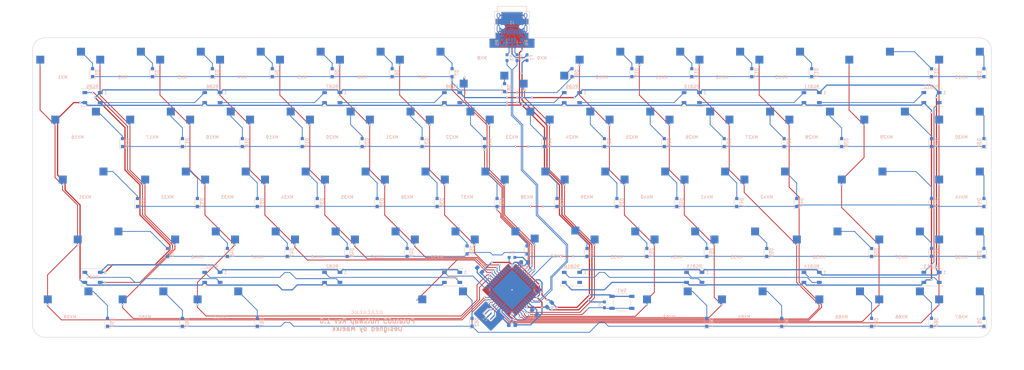
<source format=kicad_pcb>
(kicad_pcb (version 20221018) (generator pcbnew)
  (layers (0 "F.Cu" signal) (31 "B.Cu" signal) (34 "B.Paste" user) (35 "F.Paste" user) (36 "B.SilkS" user "B.Silkscreen") (37 "F.SilkS" user "F.Silkscreen") (38 "B.Mask" user) (39 "F.Mask" user) (44 "Edge.Cuts" user))
  (net 0 "")
  (net 1 "GND")
  (net 2 "VCC")
  (net 3 "D-")
  (net 4 "D+")
  (net 5 "Net-(D42-Pad2)")
  (net 6 "Net-(U2-Pad16)")
  (net 7 "Net-(U2-Pad17)")
  (net 8 "+5V")
  (net 9 "Net-(C7-Pad1)")
  (net 10 "Net-(D1-Pad2)")
  (net 11 "ROW0")
  (net 12 "Net-(D2-Pad2)")
  (net 13 "Net-(D3-Pad2)")
  (net 14 "Net-(D4-Pad2)")
  (net 15 "Net-(D5-Pad2)")
  (net 16 "Net-(D6-Pad2)")
  (net 17 "Net-(D7-Pad2)")
  (net 18 "Net-(D8-Pad2)")
  (net 19 "Net-(D9-Pad2)")
  (net 20 "Net-(D10-Pad2)")
  (net 21 "Net-(D11-Pad2)")
  (net 22 "Net-(D12-Pad2)")
  (net 23 "Net-(D13-Pad2)")
  (net 24 "Net-(D14-Pad2)")
  (net 25 "Net-(D15-Pad2)")
  (net 26 "Net-(D16-Pad2)")
  (net 27 "ROW1")
  (net 28 "Net-(D17-Pad2)")
  (net 29 "Net-(D18-Pad2)")
  (net 30 "Net-(D19-Pad2)")
  (net 31 "Net-(D20-Pad2)")
  (net 32 "Net-(D21-Pad2)")
  (net 33 "Net-(D22-Pad2)")
  (net 34 "Net-(D23-Pad2)")
  (net 35 "Net-(D24-Pad2)")
  (net 36 "Net-(D25-Pad2)")
  (net 37 "Net-(D26-Pad2)")
  (net 38 "Net-(D27-Pad2)")
  (net 39 "Net-(D28-Pad2)")
  (net 40 "Net-(D29-Pad2)")
  (net 41 "Net-(D30-Pad2)")
  (net 42 "Net-(D31-Pad2)")
  (net 43 "ROW2")
  (net 44 "Net-(D32-Pad2)")
  (net 45 "Net-(D33-Pad2)")
  (net 46 "Net-(D34-Pad2)")
  (net 47 "Net-(D35-Pad2)")
  (net 48 "Net-(D36-Pad2)")
  (net 49 "Net-(D37-Pad2)")
  (net 50 "Net-(D38-Pad2)")
  (net 51 "Net-(D39-Pad2)")
  (net 52 "Net-(D40-Pad2)")
  (net 53 "Net-(D41-Pad2)")
  (net 54 "Net-(D43-Pad2)")
  (net 55 "Net-(D44-Pad2)")
  (net 56 "Net-(D45-Pad2)")
  (net 57 "ROW3")
  (net 58 "Net-(D46-Pad2)")
  (net 59 "Net-(D47-Pad2)")
  (net 60 "Net-(D48-Pad2)")
  (net 61 "Net-(D49-Pad2)")
  (net 62 "Net-(D50-Pad2)")
  (net 63 "Net-(D51-Pad2)")
  (net 64 "Net-(D52-Pad2)")
  (net 65 "Net-(D53-Pad2)")
  (net 66 "Net-(D54-Pad2)")
  (net 67 "Net-(D55-Pad2)")
  (net 68 "Net-(D56-Pad2)")
  (net 69 "Net-(D57-Pad2)")
  (net 70 "Net-(D58-Pad2)")
  (net 71 "Net-(D59-Pad2)")
  (net 72 "ROW4")
  (net 73 "Net-(D60-Pad2)")
  (net 74 "Net-(D61-Pad2)")
  (net 76 "Net-(D63-Pad2)")
  (net 77 "Net-(D64-Pad2)")
  (net 78 "Net-(D65-Pad2)")
  (net 79 "Net-(D66-Pad2)")
  (net 80 "Net-(D67-Pad2)")
  (net 82 "Net-(J1-PadA5)")
  (net 83 "Net-(D62-Pad2)")
  (net 84 "Net-(J1-PadB5)")
  (net 85 "COL0")
  (net 86 "COL1")
  (net 87 "COL2")
  (net 88 "COL3")
  (net 89 "COL4")
  (net 90 "COL5")
  (net 91 "COL6")
  (net 92 "COL7")
  (net 93 "COL8")
  (net 94 "COL9")
  (net 95 "COL10")
  (net 96 "COL11")
  (net 97 "COL12")
  (net 98 "COL13")
  (net 99 "COL14")
  (net 100 "Net-(R1-Pad2)")
  (net 101 "Net-(R2-Pad2)")
  (net 102 "Net-(R2-Pad1)")
  (net 103 "Net-(R3-Pad2)")
  (net 104 "Net-(R3-Pad1)")
  (net 105 "Net-(R4-Pad2)")
  (net 106 "RGBLED")
  (net 112 "Net-(RGB1-Pad2)")
  (net 113 "Net-(RGB2-Pad2)")
  (net 114 "Net-(RGB3-Pad2)")
  (net 115 "Net-(RGB4-Pad2)")
  (net 116 "Net-(RGB5-Pad2)")
  (net 117 "Net-(RGB6-Pad2)")
  (net 118 "Net-(RGB7-Pad2)")
  (net 119 "Net-(RGB8-Pad2)")
  (net 120 "Net-(RGB10-Pad4)")
  (net 121 "Net-(RGB10-Pad2)")
  (net 122 "Net-(RGB11-Pad2)")
  (net 123 "Net-(RGB12-Pad2)")
  (net 124 "Net-(RGB13-Pad2)")
  (net 125 "Net-(RGB14-Pad2)")
  (net 126 "Net-(RGB15-Pad2)")
  (footprint "MX_Alps_Hybrid:MXOnly-1U-Hotswap" (layer "F.Cu") (at 345.28125 51.59375)
    (fp_text reference "MX15")
    (fp_text value "MX-NoLED")
  )
  (footprint "MX_Alps_Hybrid:MXOnly-1U-Hotswap" (layer "F.Cu") (at 235.74375 108.74375)
    (fp_text reference "MX53")
    (fp_text value "MX-NoLED")
  )
  (footprint "MX_Alps_Hybrid:MXOnly-1U-Hotswap" (layer "F.Cu") (at 59.53125 51.59375)
    (fp_text reference "MX1")
    (fp_text value "MX-NoLED")
  )
  (footprint "MX_Alps_Hybrid:MXOnly-1U-Hotswap" (layer "F.Cu") (at 78.58125 51.59375)
    (fp_text reference "MX2")
    (fp_text value "MX-NoLED")
  )
  (footprint "MX_Alps_Hybrid:MXOnly-1U-Hotswap" (layer "F.Cu") (at 97.63125 51.59375)
    (fp_text reference "MX3")
    (fp_text value "MX-NoLED")
  )
  (footprint "MX_Alps_Hybrid:MXOnly-1U-Hotswap" (layer "F.Cu") (at 116.68125 51.59375)
    (fp_text reference "MX4")
    (fp_text value "MX-NoLED")
  )
  (footprint "MX_Alps_Hybrid:MXOnly-1U-Hotswap" (layer "F.Cu") (at 135.73125 51.59375)
    (fp_text reference "MX5")
    (fp_text value "MX-NoLED")
  )
  (footprint "MX_Alps_Hybrid:MXOnly-1U-Hotswap" (layer "F.Cu") (at 154.78125 51.59375)
    (fp_text reference "MX6")
    (fp_text value "MX-NoLED")
  )
  (footprint "MX_Alps_Hybrid:MXOnly-1U-Hotswap" (layer "F.Cu") (at 173.83125 51.59375)
    (fp_text reference "MX7")
    (fp_text value "MX-NoLED")
  )
  (footprint "MX_Alps_Hybrid:MXOnly-1U-Hotswap" (layer "F.Cu") (at 192.88125 51.59375 180)
    (fp_text reference "MX8")
    (fp_text value "MX-NoLED")
  )
  (footprint "MX_Alps_Hybrid:MXOnly-1U-Hotswap" (layer "F.Cu") (at 211.93125 51.59375 180)
    (fp_text reference "MX9")
    (fp_text value "MX-NoLED")
  )
  (footprint "MX_Alps_Hybrid:MXOnly-1U-Hotswap" (layer "F.Cu") (at 230.98125 51.59375)
    (fp_text reference "MX10")
    (fp_text value "MX-NoLED")
  )
  (footprint "MX_Alps_Hybrid:MXOnly-1U-Hotswap" (layer "F.Cu") (at 250.03125 51.59375)
    (fp_text reference "MX11")
    (fp_text value "MX-NoLED")
  )
  (footprint "MX_Alps_Hybrid:MXOnly-1U-Hotswap" (layer "F.Cu") (at 288.13125 51.59375)
    (fp_text reference "MX13")
    (fp_text value "MX-NoLED")
  )
  (footprint "MX_Alps_Hybrid:MXOnly-2U-Hotswap" (layer "F.Cu") (at 316.70625 51.59375)
    (fp_text reference "MX14" hide)
    (fp_text value "MX-NoLED")
  )
  (footprint "MX_Alps_Hybrid:MXOnly-1.5U-Hotswap" (layer "F.Cu") (at 64.29375 70.64375)
    (fp_text reference "MX16")
    (fp_text value "MX-NoLED")
  )
  (footprint "MX_Alps_Hybrid:MXOnly-1U-Hotswap" (layer "F.Cu") (at 88.10625 70.64375)
    (fp_text reference "MX17")
    (fp_text value "MX-NoLED")
  )
  (footprint "MX_Alps_Hybrid:MXOnly-1U-Hotswap" (layer "F.Cu") (at 107.15625 70.64375)
    (fp_text reference "MX18")
    (fp_text value "MX-NoLED")
  )
  (footprint "MX_Alps_Hybrid:MXOnly-1U-Hotswap" (layer "F.Cu") (at 126.20625 70.64375)
    (fp_text reference "MX19")
    (fp_text value "MX-NoLED")
  )
  (footprint "MX_Alps_Hybrid:MXOnly-1U-Hotswap" (layer "F.Cu") (at 145.25625 70.64375)
    (fp_text reference "MX20")
    (fp_text value "MX-NoLED")
  )
  (footprint "MX_Alps_Hybrid:MXOnly-1U-Hotswap" (layer "F.Cu") (at 164.30625 70.64375)
    (fp_text reference "MX21")
    (fp_text value "MX-NoLED")
  )
  (footprint "MX_Alps_Hybrid:MXOnly-1U-Hotswap" (layer "F.Cu") (at 183.35625 70.64375)
    (fp_text reference "MX22")
    (fp_text value "MX-NoLED")
  )
  (footprint "MX_Alps_Hybrid:MXOnly-1U-Hotswap" (layer "F.Cu") (at 202.40625 70.64375)
    (fp_text reference "MX23")
    (fp_text value "MX-NoLED")
  )
  (footprint "MX_Alps_Hybrid:MXOnly-1U-Hotswap" (layer "F.Cu") (at 221.45625 70.64375)
    (fp_text reference "MX24")
    (fp_text value "MX-NoLED")
  )
  (footprint "MX_Alps_Hybrid:MXOnly-1U-Hotswap" (layer "F.Cu") (at 240.50625 70.64375)
    (fp_text reference "MX25")
    (fp_text value "MX-NoLED")
  )
  (footprint "MX_Alps_Hybrid:MXOnly-1U-Hotswap" (layer "F.Cu") (at 259.55625 70.64375)
    (fp_text reference "MX26")
    (fp_text value "MX-NoLED")
  )
  (footprint "MX_Alps_Hybrid:MXOnly-1U-Hotswap" (layer "F.Cu") (at 278.60625 70.64375)
    (fp_text reference "MX27")
    (fp_text value "MX-NoLED")
  )
  (footprint "MX_Alps_Hybrid:MXOnly-1U-Hotswap" (layer "F.Cu") (at 297.65625 70.64375)
    (fp_text reference "MX28")
    (fp_text value "MX-NoLED")
  )
  (footprint "MX_Alps_Hybrid:MXOnly-1.5U-Hotswap" (layer "F.Cu") (at 321.46875 70.64375)
    (fp_text reference "MX29")
    (fp_text value "MX-NoLED")
  )
  (footprint "MX_Alps_Hybrid:MXOnly-1U-Hotswap" (layer "F.Cu") (at 345.28125 70.64375)
    (fp_text reference "MX30")
    (fp_text value "MX-NoLED")
  )
  (footprint "MX_Alps_Hybrid:MXOnly-1.75U-Hotswap" (layer "F.Cu") (at 66.675 89.69375)
    (fp_text reference "MX31")
    (fp_text value "MX-NoLED")
  )
  (footprint "MX_Alps_Hybrid:MXOnly-1U-Hotswap" (layer "F.Cu") (at 92.86875 89.69375)
    (fp_text reference "MX32")
    (fp_text value "MX-NoLED")
  )
  (footprint "MX_Alps_Hybrid:MXOnly-1U-Hotswap" (layer "F.Cu") (at 111.91875 89.69375)
    (fp_text reference "MX33")
    (fp_text value "MX-NoLED")
  )
  (footprint "MX_Alps_Hybrid:MXOnly-1U-Hotswap" (layer "F.Cu") (at 130.96875 89.69375)
    (fp_text reference "MX34")
    (fp_text value "MX-NoLED")
  )
  (footprint "MX_Alps_Hybrid:MXOnly-1U-Hotswap" (layer "F.Cu") (at 150.01875 89.69375)
    (fp_text reference "MX35")
    (fp_text value "MX-NoLED")
  )
  (footprint "MX_Alps_Hybrid:MXOnly-1U-Hotswap" (layer "F.Cu") (at 169.06875 89.69375)
    (fp_text reference "MX36")
    (fp_text value "MX-NoLED")
  )
  (footprint "MX_Alps_Hybrid:MXOnly-1U-Hotswap" (layer "F.Cu") (at 188.11875 89.69375)
    (fp_text reference "MX37")
    (fp_text value "MX-NoLED")
  )
  (footprint "MX_Alps_Hybrid:MXOnly-1U-Hotswap" (layer "F.Cu") (at 207.16875 89.69375)
    (fp_text reference "MX38")
    (fp_text value "MX-NoLED")
  )
  (footprint "MX_Alps_Hybrid:MXOnly-1U-Hotswap" (layer "F.Cu") (at 226.21875 89.69375)
    (fp_text reference "MX39")
    (fp_text value "MX-NoLED")
  )
  (footprint "MX_Alps_Hybrid:MXOnly-1U-Hotswap" (layer "F.Cu") (at 245.26875 89.69375)
    (fp_text reference "MX40")
    (fp_text value "MX-NoLED")
  )
  (footprint "MX_Alps_Hybrid:MXOnly-1U-Hotswap" (layer "F.Cu") (at 264.31875 89.69375)
    (fp_text reference "MX41")
    (fp_text value "MX-NoLED")
  )
  (footprint "MX_Alps_Hybrid:MXOnly-1U-Hotswap" (layer "F.Cu") (at 283.36875 89.69375)
    (fp_text reference "MX42")
    (fp_text value "MX-NoLED")
  )
  (footprint "MX_Alps_Hybrid:MXOnly-2.25U-Hotswap" (layer "F.Cu") (at 314.325 89.69375)
    (fp_text reference "MX43" hide)
    (fp_text value "MX-NoLED")
  )
  (footprint "MX_Alps_Hybrid:MXOnly-1U-Hotswap" (layer "F.Cu") (at 345.28125 89.69375)
    (fp_text reference "MX44")
    (fp_text value "MX-NoLED")
  )
  (footprint "MX_Alps_Hybrid:MXOnly-2.25U-Hotswap" (layer "F.Cu") (at 71.4375 108.74375)
    (fp_text reference "MX45" hide)
    (fp_text value "MX-NoLED")
  )
  (footprint "MX_Alps_Hybrid:MXOnly-1U-Hotswap" (layer "F.Cu") (at 102.39375 108.74375)
    (fp_text reference "MX46")
    (fp_text value "MX-NoLED")
  )
  (footprint "MX_Alps_Hybrid:MXOnly-1U-Hotswap" (layer "F.Cu") (at 121.44375 108.74375)
    (fp_text reference "MX47")
    (fp_text value "MX-NoLED")
  )
  (footprint "MX_Alps_Hybrid:MXOnly-1U-Hotswap" (layer "F.Cu") (at 140.49375 108.74375)
    (fp_text reference "MX48")
    (fp_text value "MX-NoLED")
  )
  (footprint "MX_Alps_Hybrid:MXOnly-1U-Hotswap" (layer "F.Cu") (at 159.54375 108.74375)
    (fp_text reference "MX49")
    (fp_text value "MX-NoLED")
  )
  (footprint "MX_Alps_Hybrid:MXOnly-1U-Hotswap" (layer "F.Cu") (at 178.59375 108.74375)
    (fp_text reference "MX50")
    (fp_text value "MX-NoLED")
  )
  (footprint "MX_Alps_Hybrid:MXOnly-1U-Hotswap" (layer "F.Cu") (at 197.64375 108.74375)
    (fp_text reference "MX51")
    (fp_text value "MX-NoLED")
  )
  (footprint "MX_Alps_Hybrid:MXOnly-1U-Hotswap" (layer "F.Cu") (at 216.69375 108.467888)
    (fp_text reference "MX52")
    (fp_text value "MX-NoLED")
  )
  (footprint "MX_Alps_Hybrid:MXOnly-1U-Hotswap" (layer "F.Cu") (at 254.79375 108.74375)
    (fp_text reference "MX54")
    (fp_text value "MX-NoLED")
  )
  (footprint "MX_Alps_Hybrid:MXOnly-1U-Hotswap" (layer "F.Cu") (at 273.84375 108.74375)
    (fp_text reference "MX55")
    (fp_text value "MX-NoLED")
  )
  (footprint "MX_Alps_Hybrid:MXOnly-1.75U-Hotswap" (layer "F.Cu") (at 300.0375 108.74375)
    (fp_text reference "MX56")
    (fp_text value "MX-NoLED")
  )
  (footprint "MX_Alps_Hybrid:MXOnly-1U-Hotswap" (layer "F.Cu") (at 326.23125 108.74375)
    (fp_text reference "MX57")
    (fp_text value "MX-NoLED")
  )
  (footprint "MX_Alps_Hybrid:MXOnly-1U-Hotswap" (layer "F.Cu") (at 345.28125 108.74375)
    (fp_text reference "MX58")
    (fp_text value "MX-NoLED")
  )
  (footprint "MX_Alps_Hybrid:MXOnly-1.25U-Hotswap" (layer "F.Cu") (at 61.9125 127.79375)
    (fp_text reference "MX59")
    (fp_text value "MX-NoLED")
  )
  (footprint "MX_Alps_Hybrid:MXOnly-1.25U-Hotswap" (layer "F.Cu") (at 85.725 127.79375)
    (fp_text reference "MX60")
    (fp_text value "MX-NoLED")
  )
  (footprint "MX_Alps_Hybrid:MXOnly-1.25U-Hotswap" (layer "F.Cu") (at 109.5375 127.79375)
    (fp_text reference "MX61")
    (fp_text value "MX-NoLED")
  )
  (footprint "MX_Alps_Hybrid:MXOnly-6.25U-Hotswap-ReversedStabilizers" (layer "F.Cu") (at 180.975 127.79375)
    (fp_text reference "MX62" hide)
    (fp_text value "MX-NoLED")
  )
  (footprint "MX_Alps_Hybrid:MXOnly-1.25U-Hotswap" (layer "F.Cu") (at 252.4125 127.79375)
    (fp_text reference "MX63")
    (fp_text value "MX-NoLED")
  )
  (footprint "MX_Alps_Hybrid:MXOnly-1.25U-Hotswap" (layer "F.Cu") (at 276.225 127.79375)
    (fp_text reference "MX64")
    (fp_text value "MX-NoLED")
  )
  (footprint "MX_Alps_Hybrid:MXOnly-1U-Hotswap" (layer "F.Cu") (at 307.18125 127.79375)
    (fp_text reference "MX65")
    (fp_text value "MX-NoLED")
  )
  (footprint "MX_Alps_Hybrid:MXOnly-1U-Hotswap" (layer "F.Cu") (at 326.23125 127.79375)
    (fp_text reference "MX66")
    (fp_text value "MX-NoLED")
  )
  (footprint "MX_Alps_Hybrid:MXOnly-1U-Hotswap" (layer "F.Cu") (at 345.28125 127.79375)
    (fp_text reference "MX67")
    (fp_text value "MX-NoLED")
  )
  (footprint "MX_Alps_Hybrid:MXOnly-1U-Hotswap" (layer "F.Cu") (at 269.08125 51.59375)
    (fp_text reference "MX12")
    (fp_text value "MX-NoLED")
  )
  (footprint "" (layer "F.Cu") (at 344.4875 46.0375)
    (fp_text reference "")
    (fp_text value "")
  )
  (footprint "JLC:ToolingHole_1.152mm_(for_JLCPCB_SMT)" (layer "F.Cu") (at 56.35625 46.0375)
    (fp_text reference "")
    (fp_text value "ToolingHole_1.152mm_(for_JLCPCB_SMT)")
  )
  (footprint "JLC:ToolingHole_1.152mm_(for_JLCPCB_SMT)" (layer "F.Cu") (at 348.45625 130.96875)
    (fp_text reference "" hide)
    (fp_text value "ToolingHole_1.152mm_(for_JLCPCB_SMT)")
  )
  (footprint "JLC:ToolingHole_1.152mm_(for_JLCPCB_SMT)" (layer "F.Cu") (at 56.35625 130.96875)
    (fp_text reference "")
    (fp_text value "ToolingHole_1.152mm_(for_JLCPCB_SMT)")
  )
  (footprint "Capacitor_SMD:C_0805_2012Metric_Pad1.15x1.40mm_HandSolder" (layer "B.Cu") (at 206.375 113.50625)
    (fp_text reference "C3")
    (fp_text value "0.1uF")
  )
  (footprint "Capacitor_SMD:C_0805_2012Metric_Pad1.15x1.40mm_HandSolder" (layer "B.Cu") (at 202.40625 133.35 180)
    (fp_text reference "C4")
    (fp_text value "0.1uF")
  )
  (footprint "Capacitor_SMD:C_0805_2012Metric_Pad1.15x1.40mm_HandSolder" (layer "B.Cu") (at 192.0875 115.8875 135)
    (fp_text reference "C5")
    (fp_text value "0.1uF")
  )
  (footprint "Capacitor_SMD:C_0805_2012Metric_Pad1.15x1.40mm_HandSolder" (layer "B.Cu") (at 214.3125 127 45)
    (fp_text reference "C6")
    (fp_text value "10uF")
  )
  (footprint "Capacitor_SMD:C_0805_2012Metric_Pad1.15x1.40mm_HandSolder" (layer "B.Cu") (at 209.55 129.38125 -45)
    (fp_text reference "C7")
    (fp_text value "1uF")
  )
  (footprint "Diode_SMD:D_SOD-323_HandSoldering" (layer "B.Cu") (at 69.05625 53.18125 90)
    (fp_text reference "D1")
    (fp_text value "D_Small")
  )
  (footprint "Diode_SMD:D_SOD-323_HandSoldering" (layer "B.Cu") (at 88.10625 53.18125 90)
    (fp_text reference "D2")
    (fp_text value "D_Small")
  )
  (footprint "Diode_SMD:D_SOD-323_HandSoldering" (layer "B.Cu") (at 107.15625 53.18125 90)
    (fp_text reference "D3")
    (fp_text value "D_Small")
  )
  (footprint "Diode_SMD:D_SOD-323_HandSoldering" (layer "B.Cu") (at 126.20625 53.18125 90)
    (fp_text reference "D4")
    (fp_text value "D_Small")
  )
  (footprint "Diode_SMD:D_SOD-323_HandSoldering" (layer "B.Cu") (at 145.25625 53.18125 90)
    (fp_text reference "D5")
    (fp_text value "D_Small")
  )
  (footprint "Diode_SMD:D_SOD-323_HandSoldering" (layer "B.Cu") (at 164.30625 53.18125 90)
    (fp_text reference "D6")
    (fp_text value "D_Small")
  )
  (footprint "Diode_SMD:D_SOD-323_HandSoldering" (layer "B.Cu") (at 183.35625 53.18125 90)
    (fp_text reference "D7")
    (fp_text value "D_Small")
  )
  (footprint "Diode_SMD:D_SOD-323_HandSoldering" (layer "B.Cu") (at 200.025 57.94375 90)
    (fp_text reference "D8")
    (fp_text value "D_Small")
  )
  (footprint "Diode_SMD:D_SOD-323_HandSoldering" (layer "B.Cu") (at 221.45625 53.18125 90)
    (fp_text reference "D9")
    (fp_text value "D_Small")
  )
  (footprint "Diode_SMD:D_SOD-323_HandSoldering" (layer "B.Cu") (at 240.50625 53.18125 90)
    (fp_text reference "D10")
    (fp_text value "D_Small")
  )
  (footprint "Diode_SMD:D_SOD-323_HandSoldering" (layer "B.Cu") (at 259.55625 53.18125 90)
    (fp_text reference "D11")
    (fp_text value "D_Small")
  )
  (footprint "Diode_SMD:D_SOD-323_HandSoldering" (layer "B.Cu") (at 278.60625 53.18125 90)
    (fp_text reference "D12")
    (fp_text value "D_Small")
  )
  (footprint "Diode_SMD:D_SOD-323_HandSoldering" (layer "B.Cu") (at 297.65625 53.18125 90)
    (fp_text reference "D13")
    (fp_text value "D_Small")
  )
  (footprint "Diode_SMD:D_SOD-323_HandSoldering" (layer "B.Cu") (at 335.75625 53.18125 90)
    (fp_text reference "D14")
    (fp_text value "D_Small")
  )
  (footprint "Diode_SMD:D_SOD-323_HandSoldering" (layer "B.Cu") (at 78.58125 75.40625 90)
    (fp_text reference "D16")
    (fp_text value "D_Small")
  )
  (footprint "Diode_SMD:D_SOD-323_HandSoldering" (layer "B.Cu") (at 97.63125 75.40625 90)
    (fp_text reference "D17")
    (fp_text value "D_Small")
  )
  (footprint "Diode_SMD:D_SOD-323_HandSoldering" (layer "B.Cu") (at 116.68125 75.40625 90)
    (fp_text reference "D18")
    (fp_text value "D_Small")
  )
  (footprint "Diode_SMD:D_SOD-323_HandSoldering" (layer "B.Cu") (at 135.73125 75.40625 90)
    (fp_text reference "D19")
    (fp_text value "D_Small")
  )
  (footprint "Diode_SMD:D_SOD-323_HandSoldering" (layer "B.Cu") (at 154.78125 75.40625 90)
    (fp_text reference "D20")
    (fp_text value "D_Small")
  )
  (footprint "Diode_SMD:D_SOD-323_HandSoldering" (layer "B.Cu") (at 173.83125 75.40625 90)
    (fp_text reference "D21")
    (fp_text value "D_Small")
  )
  (footprint "Diode_SMD:D_SOD-323_HandSoldering" (layer "B.Cu") (at 193.675 75.40625 90)
    (fp_text reference "D22")
    (fp_text value "D_Small")
  )
  (footprint "Diode_SMD:D_SOD-323_HandSoldering" (layer "B.Cu") (at 212.725 75.40625 90)
    (fp_text reference "D23")
    (fp_text value "D_Small")
  )
  (footprint "Diode_SMD:D_SOD-323_HandSoldering" (layer "B.Cu") (at 231.775 75.40625 90)
    (fp_text reference "D24")
    (fp_text value "D_Small")
  )
  (footprint "Diode_SMD:D_SOD-323_HandSoldering" (layer "B.Cu") (at 269.875 75.40625 90)
    (fp_text reference "D26")
    (fp_text value "D_Small")
  )
  (footprint "Diode_SMD:D_SOD-323_HandSoldering" (layer "B.Cu") (at 307.18125 75.40625 90)
    (fp_text reference "D28")
    (fp_text value "D_Small")
  )
  (footprint "Diode_SMD:D_SOD-323_HandSoldering" (layer "B.Cu") (at 335.75625 75.40625 90)
    (fp_text reference "D29")
    (fp_text value "D_Small")
  )
  (footprint "Diode_SMD:D_SOD-323_HandSoldering" (layer "B.Cu") (at 352.425 75.40625 90)
    (fp_text reference "D30")
    (fp_text value "D_Small")
  )
  (footprint "Diode_SMD:D_SOD-323_HandSoldering" (layer "B.Cu") (at 83.34375 94.45625 90)
    (fp_text reference "D31")
    (fp_text value "D_Small")
  )
  (footprint "Diode_SMD:D_SOD-323_HandSoldering" (layer "B.Cu") (at 102.39375 94.45625 90)
    (fp_text reference "D32")
    (fp_text value "D_Small")
  )
  (footprint "Diode_SMD:D_SOD-323_HandSoldering" (layer "B.Cu") (at 121.44375 94.45625 90)
    (fp_text reference "D33")
    (fp_text value "D_Small")
  )
  (footprint "Diode_SMD:D_SOD-323_HandSoldering" (layer "B.Cu") (at 140.49375 94.45625 90)
    (fp_text reference "D34")
    (fp_text value "D_Small")
  )
  (footprint "Diode_SMD:D_SOD-323_HandSoldering" (layer "B.Cu") (at 159.54375 94.45625 90)
    (fp_text reference "D35")
    (fp_text value "D_Small")
  )
  (footprint "Diode_SMD:D_SOD-323_HandSoldering" (layer "B.Cu") (at 178.59375 94.45625 90)
    (fp_text reference "D36")
    (fp_text value "D_Small")
  )
  (footprint "Diode_SMD:D_SOD-323_HandSoldering" (layer "B.Cu") (at 197.64375 94.45625 90)
    (fp_text reference "D37")
    (fp_text value "D_Small")
  )
  (footprint "Diode_SMD:D_SOD-323_HandSoldering" (layer "B.Cu") (at 216.69375 94.45625 90)
    (fp_text reference "D38")
    (fp_text value "D_Small")
  )
  (footprint "Diode_SMD:D_SOD-323_HandSoldering" (layer "B.Cu") (at 235.74375 94.45625 90)
    (fp_text reference "D39")
    (fp_text value "D_Small")
  )
  (footprint "Diode_SMD:D_SOD-323_HandSoldering" (layer "B.Cu") (at 254.79375 94.45625 90)
    (fp_text reference "D40")
    (fp_text value "D_Small")
  )
  (footprint "Diode_SMD:D_SOD-323_HandSoldering" (layer "B.Cu") (at 273.84375 94.45625 90)
    (fp_text reference "D41")
    (fp_text value "D_Small")
  )
  (footprint "Diode_SMD:D_SOD-323_HandSoldering" (layer "B.Cu") (at 292.89375 94.45625 90)
    (fp_text reference "D42")
    (fp_text value "D_Small")
  )
  (footprint "Diode_SMD:D_SOD-323_HandSoldering" (layer "B.Cu") (at 335.75625 94.45625 90)
    (fp_text reference "D43")
    (fp_text value "D_Small")
  )
  (footprint "Diode_SMD:D_SOD-323_HandSoldering" (layer "B.Cu") (at 352.425 94.45625 90)
    (fp_text reference "D44")
    (fp_text value "D_Small")
  )
  (footprint "Diode_SMD:D_SOD-323_HandSoldering" (layer "B.Cu") (at 92.86875 110.33125 90)
    (fp_text reference "D45")
    (fp_text value "D_Small")
  )
  (footprint "Diode_SMD:D_SOD-323_HandSoldering" (layer "B.Cu") (at 111.91875 110.33125 90)
    (fp_text reference "D46")
    (fp_text value "D_Small")
  )
  (footprint "Diode_SMD:D_SOD-323_HandSoldering" (layer "B.Cu") (at 130.96875 110.33125 90)
    (fp_text reference "D47")
    (fp_text value "D_Small")
  )
  (footprint "Diode_SMD:D_SOD-323_HandSoldering" (layer "B.Cu") (at 150.01875 110.33125 90)
    (fp_text reference "D48")
    (fp_text value "D_Small")
  )
  (footprint "Diode_SMD:D_SOD-323_HandSoldering" (layer "B.Cu") (at 169.06875 110.33125 90)
    (fp_text reference "D49")
    (fp_text value "D_Small")
  )
  (footprint "Diode_SMD:D_SOD-323_HandSoldering" (layer "B.Cu") (at 188.11875 109.5375 90)
    (fp_text reference "D50")
    (fp_text value "D_Small")
  )
  (footprint "Diode_SMD:D_SOD-323_HandSoldering" (layer "B.Cu") (at 207.16875 109.5375 90)
    (fp_text reference "D51")
    (fp_text value "D_Small")
  )
  (footprint "Diode_SMD:D_SOD-323_HandSoldering" (layer "B.Cu") (at 226.21875 110.33125 90)
    (fp_text reference "D52")
    (fp_text value "D_Small")
  )
  (footprint "Diode_SMD:D_SOD-323_HandSoldering" (layer "B.Cu") (at 245.26875 110.33125 90)
    (fp_text reference "D53")
    (fp_text value "D_Small")
  )
  (footprint "Diode_SMD:D_SOD-323_HandSoldering" (layer "B.Cu") (at 264.31875 110.33125 90)
    (fp_text reference "D54")
    (fp_text value "D_Small")
  )
  (footprint "Diode_SMD:D_SOD-323_HandSoldering" (layer "B.Cu") (at 283.36875 110.33125 90)
    (fp_text reference "D55")
    (fp_text value "D_Small")
  )
  (footprint "Diode_SMD:D_SOD-323_HandSoldering" (layer "B.Cu") (at 316.70625 110.33125 90)
    (fp_text reference "D56")
    (fp_text value "D_Small")
  )
  (footprint "Diode_SMD:D_SOD-323_HandSoldering" (layer "B.Cu") (at 335.75625 110.33125 90)
    (fp_text reference "D57")
    (fp_text value "D_Small")
  )
  (footprint "Diode_SMD:D_SOD-323_HandSoldering" (layer "B.Cu") (at 352.425 110.33125 90)
    (fp_text reference "D58")
    (fp_text value "D_Small")
  )
  (footprint "Diode_SMD:D_SOD-323_HandSoldering" (layer "B.Cu") (at 73.81875 132.55625 90)
    (fp_text reference "D59")
    (fp_text value "D_Small")
  )
  (footprint "Diode_SMD:D_SOD-323_HandSoldering" (layer "B.Cu") (at 97.63125 132.55625 90)
    (fp_text reference "D60")
    (fp_text value "D_Small")
  )
  (footprint "Diode_SMD:D_SOD-323_HandSoldering" (layer "B.Cu") (at 121.44375 132.55625 90)
    (fp_text reference "D61")
    (fp_text value "D_Small")
  )
  (footprint "Diode_SMD:D_SOD-323_HandSoldering" (layer "B.Cu") (at 189.70625 132.55625 90)
    (fp_text reference "D62")
    (fp_text value "D_Small")
  )
  (footprint "Diode_SMD:D_SOD-323_HandSoldering" (layer "B.Cu") (at 264.31875 132.55625 90)
    (fp_text reference "D63")
    (fp_text value "D_Small")
  )
  (footprint "Diode_SMD:D_SOD-323_HandSoldering" (layer "B.Cu") (at 288.13125 132.55625 90)
    (fp_text reference "D64")
    (fp_text value "D_Small")
  )
  (footprint "Diode_SMD:D_SOD-323_HandSoldering" (layer "B.Cu") (at 316.70625 132.55625 90)
    (fp_text reference "D65")
    (fp_text value "D_Small")
  )
  (footprint "Diode_SMD:D_SOD-323_HandSoldering" (layer "B.Cu") (at 335.75625 132.55625 90)
    (fp_text reference "D66")
    (fp_text value "D_Small")
  )
  (footprint "Diode_SMD:D_SOD-323_HandSoldering" (layer "B.Cu") (at 352.425 132.55625 90)
    (fp_text reference "D67")
    (fp_text value "D_Small")
  )
  (footprint "Fuse:Fuse_0603_1608Metric_Pad1.05x0.95mm_HandSolder" (layer "B.Cu") (at 207.16875 48.41875 90)
    (fp_text reference "F1")
    (fp_text value "Polyfuse_Small")
  )
  (footprint "Connector_USB:USB_C_Receptacle_HRO_TYPE-C-31-M-12" (layer "B.Cu") (at 202.40625 36.04013)
    (fp_text reference "J1")
    (fp_text value "USB_C_Receptacle")
  )
  (footprint "Resistor_SMD:R_0603_1608Metric_Pad0.98x0.95mm_HandSolder" (layer "B.Cu") (at 231.775 127 -90)
    (fp_text reference "R1")
    (fp_text value "10k")
  )
  (footprint "Resistor_SMD:R_0603_1608Metric_Pad0.98x0.95mm_HandSolder" (layer "B.Cu") (at 203.99375 48.41875 90)
    (fp_text reference "R2")
    (fp_text value "22")
  )
  (footprint "Resistor_SMD:R_0603_1608Metric_Pad0.98x0.95mm_HandSolder" (layer "B.Cu") (at 200.81875 48.41875 90)
    (fp_text reference "R3")
    (fp_text value "22")
  )
  (footprint "Resistor_SMD:R_0603_1608Metric_Pad0.98x0.95mm_HandSolder" (layer "B.Cu") (at 202.40625 111.91875 180)
    (fp_text reference "R4")
    (fp_text value "10k")
  )
  (footprint "Resistor_SMD:R_0603_1608Metric_Pad0.98x0.95mm_HandSolder" (layer "B.Cu") (at 205.58125 43.65625 90)
    (fp_text reference "R6")
    (fp_text value "5.1k")
  )
  (footprint "Button_Switch_SMD:SW_SPST_TL3342" (layer "B.Cu") (at 237.33125 126.20625 180)
    (fp_text reference "SW1")
    (fp_text value "SW_Push")
  )
  (footprint "Package_TO_SOT_SMD:SOT-23-6" (layer "B.Cu") (at 202.40625 43.775 -90)
    (fp_text reference "U1")
    (fp_text value "USBLC6-2SC6")
  )
  (footprint "Package_QFP:TQFP-44_10x10mm_P0.8mm" (layer "B.Cu") (at 202.40625 122.2375 135)
    (fp_text reference "U2")
    (fp_text value "ATmega32U4-AU")
  )
  (footprint "Crystal:Resonator_SMD_Murata_CSTxExxV-3Pin_3.0x1.1mm" (layer "B.Cu") (at 195.2625 130.175 -45)
    (fp_text reference "Y1")
    (fp_text value "16Mhz")
  )
  (footprint "Diode_SMD:D_SOD-323_HandSoldering" (layer "B.Cu") (at 352.425 53.18125 90)
    (fp_text reference "D15")
    (fp_text value "D_Small")
  )
  (footprint "Diode_SMD:D_SOD-323_HandSoldering" (layer "B.Cu") (at 250.825 75.40625 90)
    (fp_text reference "D25")
    (fp_text value "D_Small")
  )
  (footprint "Diode_SMD:D_SOD-323_HandSoldering" (layer "B.Cu") (at 288.925 75.40625 90)
    (fp_text reference "D27")
    (fp_text value "D_Small")
  )
  (footprint "Resistor_SMD:R_0603_1608Metric_Pad0.98x0.95mm_HandSolder" (layer "B.Cu") (at 199.23125 43.65625 90)
    (fp_text reference "R5")
    (fp_text value "5.1k")
  )
  (footprint "LED_SMD:LED_WS2812B_PLCC4_5.0x5.0mm_P3.2mm" (layer "B.Cu") (at 335.75625 118.26875 180)
    (fp_text reference "RGB13")
    (fp_text value "WS2812B")
  )
  (footprint "LED_SMD:LED_WS2812B_PLCC4_5.0x5.0mm_P3.2mm" (layer "B.Cu") (at 107.15625 118.26875 180)
    (fp_text reference "RGB3")
    (fp_text value "WS2812B")
  )
  (footprint "LED_SMD:LED_WS2812B_PLCC4_5.0x5.0mm_P3.2mm" (layer "B.Cu") (at 107.15625 61.11875 180)
    (fp_text reference "RGB6")
    (fp_text value "WS2812B")
  )
  (footprint "LED_SMD:LED_WS2812B_PLCC4_5.0x5.0mm_P3.2mm" (layer "B.Cu") (at 297.65625 61.11875 180)
    (fp_text reference "RGB11")
    (fp_text value "WS2812B")
  )
  (footprint "LED_SMD:LED_WS2812B_PLCC4_5.0x5.0mm_P3.2mm" (layer "B.Cu") (at 183.35625 61.11875 180)
    (fp_text reference "RGB8")
    (fp_text value "WS2812B")
  )
  (footprint "LED_SMD:LED_WS2812B_PLCC4_5.0x5.0mm_P3.2mm" (layer "B.Cu") (at 297.65625 118.26875 180)
    (fp_text reference "RGB14")
    (fp_text value "WS2812B")
  )
  (footprint "LED_SMD:LED_WS2812B_PLCC4_5.0x5.0mm_P3.2mm" (layer "B.Cu") (at 221.45625 61.11875 180)
    (fp_text reference "RGB9")
    (fp_text value "WS2812B")
  )
  (footprint "LED_SMD:LED_WS2812B_PLCC4_5.0x5.0mm_P3.2mm" (layer "B.Cu") (at 259.55625 61.11875 180)
    (fp_text reference "RGB10")
    (fp_text value "WS2812B")
  )
  (footprint "LED_SMD:LED_WS2812B_PLCC4_5.0x5.0mm_P3.2mm" (layer "B.Cu") (at 69.05625 61.11875 180)
    (fp_text reference "RGB5")
    (fp_text value "WS2812B")
  )
  (footprint "LED_SMD:LED_WS2812B_PLCC4_5.0x5.0mm_P3.2mm" (layer "B.Cu") (at 260.35 118.26875 180)
    (fp_text reference "RGB15")
    (fp_text value "WS2812B")
  )
  (footprint "LED_SMD:LED_WS2812B_PLCC4_5.0x5.0mm_P3.2mm" (layer "B.Cu") (at 183.35625 118.26875 180)
    (fp_text reference "RGB1")
    (fp_text value "WS2812B")
  )
  (footprint "LED_SMD:LED_WS2812B_PLCC4_5.0x5.0mm_P3.2mm" (layer "B.Cu") (at 145.25625 118.26875 180)
    (fp_text reference "RGB2")
    (fp_text value "WS2812B")
  )
  (footprint "LED_SMD:LED_WS2812B_PLCC4_5.0x5.0mm_P3.2mm" (layer "B.Cu") (at 145.25625 61.11875 180)
    (fp_text reference "RGB7")
    (fp_text value "WS2812B")
  )
  (footprint "LED_SMD:LED_WS2812B_PLCC4_5.0x5.0mm_P3.2mm" (layer "B.Cu") (at 69.05625 118.26875 180)
    (fp_text reference "RGB4")
    (fp_text value "WS2812B")
  )
  (footprint "LED_SMD:LED_WS2812B_PLCC4_5.0x5.0mm_P3.2mm" (layer "B.Cu") (at 221.45625 118.26875 180)
    (fp_text reference "RGB16")
    (fp_text value "WS2812B")
  )
  (footprint "LED_SMD:LED_WS2812B_PLCC4_5.0x5.0mm_P3.2mm" (layer "B.Cu") (at 335.75625 61.11875 180)
    (fp_text reference "RGB12")
    (fp_text value "WS2812B")
  )
  (gr_arc (start 53.975 137.31875) (mid 51.16867 136.15633) (end 50.00625 133.35) (stroke (width 0.15)) (layer "Edge.Cuts"))
  (gr_line (start 207.9625 33.65888) (end 196.85 33.65888) (stroke (width 0.15)) (layer "Edge.Cuts"))
  (gr_line (start 196.85 33.65888) (end 196.85 42.06875) (stroke (width 0.15)) (layer "Edge.Cuts"))
  (gr_arc (start 354.80625 133.35) (mid 353.64383 136.15633) (end 350.8375 137.31875) (stroke (width 0.15)) (layer "Edge.Cuts"))
  (gr_arc (start 50.00625 46.0375) (mid 51.16867 43.23117) (end 53.975 42.06875) (stroke (width 0.15)) (layer "Edge.Cuts"))
  (gr_line (start 53.975 137.31875) (end 350.8375 137.31875) (stroke (width 0.15)) (layer "Edge.Cuts"))
  (gr_line (start 53.975 42.06875) (end 196.85 42.06875) (stroke (width 0.15)) (layer "Edge.Cuts"))
  (gr_line (start 350.8375 42.06875) (end 207.9625 42.06875) (stroke (width 0.15)) (layer "Edge.Cuts"))
  (gr_line (start 207.9625 33.65888) (end 207.9625 42.06875) (stroke (width 0.15)) (layer "Edge.Cuts"))
  (gr_line (start 50.00625 46.0375) (end 50.00625 133.35) (stroke (width 0.15)) (layer "Edge.Cuts"))
  (gr_line (start 354.80625 133.35) (end 354.80625 46.0375) (stroke (width 0.15)) (layer "Edge.Cuts"))
  (gr_arc (start 350.8375 42.06875) (mid 353.64383 43.23117) (end 354.80625 46.0375) (stroke (width 0.15)) (layer "Edge.Cuts"))
  (gr_text "Potato65 Hotswap Rev 1.0\nDesigned by Maelkk\n" (at 156.36875 133.35) (layer "B.SilkS") (effects (font (size 1.5 1.5) (thickness 0.3)) (justify mirror)))
  (gr_text "JLCJLCJLCJLC" (at 156.36875 129.38125) (layer "B.SilkS") (effects (font (size 1 1)) (justify mirror)))
  (segment (start 216.69375 127.79375) (end 223.04375 127.79375) (width 0.381) (layer "F.Cu") (net 1))
  (segment (start 60.325 88.10625) (end 57.94375 85.725) (width 0.381) (layer "F.Cu") (net 1))
  (segment (start 204.7875 62.70625) (end 204.7875 46.83125) (width 0.381) (layer "F.Cu") (net 1))
  (segment (start 211.93125 123.825) (end 211.93125 123.03125) (width 0.381) (layer "F.Cu") (net 1))
  (segment (start 57.94375 67.835444) (end 63.072944 62.70625) (width 0.381) (layer "F.Cu") (net 1))
  (segment (start 65.0875 119.0625) (end 65.0875 95.25) (width 0.381) (layer "F.Cu") (net 1))
  (segment (start 205.58125 63.5) (end 212.725 70.64375) (width 0.381) (layer "F.Cu") (net 1))
  (segment (start 60.325 90.4875) (end 60.325 88.10625) (width 0.381) (layer "F.Cu") (net 1))
  (segment (start 205.58125 63.5) (end 200.81875 63.5) (width 0.381) (layer "F.Cu") (net 1))
  (segment (start 213.51875 125.4125) (end 211.93125 123.825) (width 0.381) (layer "F.Cu") (net 1))
  (segment (start 217.4875 98.385619) (end 227.0125 107.910619) (width 0.381) (layer "F.Cu") (net 1))
  (segment (start 227.0125 107.910619) (end 227.0125 123.825) (width 0.381) (layer "F.Cu") (net 1))
  (segment (start 223.04375 127.79375) (end 227.0125 123.825) (width 0.381) (layer "F.Cu") (net 1))
  (segment (start 212.725 84.1375) (end 217.4875 88.9) (width 0.381) (layer "F.Cu") (net 1))
  (segment (start 335.75625 119.0625) (end 335.75625 65.88125) (width 0.381) (layer "F.Cu") (net 1))
  (segment (start 57.94375 85.725) (end 57.94375 67.835444) (width 0.381) (layer "F.Cu") (net 1))
  (segment (start 204.7875 46.83125) (end 205.58125 46.0375) (width 0.381) (layer "F.Cu") (net 1))
  (segment (start 65.0875 95.25) (end 60.325 90.4875) (width 0.381) (layer "F.Cu") (net 1))
  (segment (start 212.725 70.64375) (end 212.725 84.1375) (width 0.381) (layer "F.Cu") (net 1))
  (segment (start 63.072944 62.70625) (end 65.0875 62.70625) (width 0.381) (layer "F.Cu") (net 1))
  (segment (start 205.58125 63.5) (end 204.7875 62.70625) (width 0.381) (layer "F.Cu") (net 1))
  (segment (start 217.4875 88.9) (end 217.4875 98.385619) (width 0.381) (layer "F.Cu") (net 1))
  (via (at 65.0875 119.0625) (size 0.6) (drill 0.4) (layers "F.Cu" "B.Cu") (net 1))
  (via (at 213.51875 125.4125) (size 0.6) (drill 0.4) (layers "F.Cu" "B.Cu") (net 1))
  (via (at 205.58125 63.5) (size 0.6) (drill 0.4) (layers "F.Cu" "B.Cu") (net 1))
  (via (at 335.75625 65.88125) (size 0.6) (drill 0.4) (layers "F.Cu" "B.Cu") (net 1))
  (via (at 227.0125 123.825) (size 0.6) (drill 0.4) (layers "F.Cu" "B.Cu") (net 1))
  (via (at 205.58125 46.0375) (size 0.6) (drill 0.4) (layers "F.Cu" "B.Cu") (net 1))
  (via (at 202.40625 122.2375) (size 0.6) (drill 0.4) (layers "F.Cu" "B.Cu") (net 1))
  (via (at 200.81875 63.5) (size 0.6) (drill 0.4) (layers "F.Cu" "B.Cu") (net 1))
  (via (at 335.75625 119.0625) (size 0.6) (drill 0.4) (layers "F.Cu" "B.Cu") (net 1))
  (via (at 65.0875 62.70625) (size 0.6) (drill 0.4) (layers "F.Cu" "B.Cu") (net 1))
  (via (at 216.69375 127.79375) (size 0.6) (drill 0.4) (layers "F.Cu" "B.Cu") (net 1))
  (via (at 211.93125 123.03125) (size 0.6) (drill 0.4) (layers "F.Cu" "B.Cu") (net 1))
  (segment (start 219.849161 63.561661) (end 256.263339 63.561661) (width 0.381) (layer "B.Cu") (net 1))
  (segment (start 263.09224 63.5) (end 294.425 63.5) (width 0.381) (layer "B.Cu") (net 1))
  (segment (start 295.20625 62.71875) (end 295.9875 63.5) (width 0.381) (layer "B.Cu") (net 1))
  (segment (start 143.649161 63.561661) (end 180.063339 63.561661) (width 0.381) (layer "B.Cu") (net 1))
  (segment (start 105.549161 120.711661) (end 104.70625 119.86875) (width 0.381) (layer "B.Cu") (net 1))
  (segment (start 211.93125 119.85625) (end 211.93125 123.03125) (width 0.381) (layer "B.Cu") (net 1))
  (segment (start 219.00625 119.86875) (end 221.35083 122.21333) (width 0.381) (layer "B.Cu") (net 1))
  (segment (start 103.863339 63.561661) (end 67.449161 63.561661) (width 0.381) (layer "B.Cu") (net 1))
  (segment (start 104.70625 62.71875) (end 103.863339 63.561661) (width 0.381) (layer "B.Cu") (net 1))
  (segment (start 210.274784 130.106034) (end 210.274784 128.631122) (width 0.381) (layer "B.Cu") (net 1))
  (segment (start 198.41333 43.75083) (end 198.41333 42.25333) (width 0.381) (layer "B.Cu") (net 1))
  (segment (start 296.049161 120.711661) (end 295.20625 119.86875) (width 0.381) (layer "B.Cu") (net 1))
  (segment (start 65.0875 62.70625) (end 66.59375 62.70625) (width 0.381) (layer "B.Cu") (net 1))
  (segment (start 181.749161 63.561661) (end 180.90625 62.71875) (width 0.381) (layer "B.Cu") (net 1))
  (segment (start 105.549161 63.561661) (end 141.963339 63.561661) (width 0.381) (layer "B.Cu") (net 1))
  (segment (start 233.7 123.825) (end 234.18125 124.30625) (width 0.381) (layer "B.Cu") (net 1))
  (segment (start 219.00625 62.71875) (end 219.849161 63.561661) (width 0.381) (layer "B.Cu") (net 1))
  (segment (start 202.34839 43.65625) (end 200.14375 43.65625) (width 0.381) (layer "B.Cu") (net 1))
  (segment (start 205.65625 40.08513) (end 206.93259 41.36147) (width 0.381) (layer "B.Cu") (net 1))
  (segment (start 67.449161 120.711661) (end 66.60625 119.86875) (width 0.381) (layer "B.Cu") (net 1))
  (segment (start 200.81875 63.5) (end 200.757089 63.561661) (width 0.381) (layer "B.Cu") (net 1))
  (segment (start 227.0125 123.825) (end 233.7 123.825) (width 0.381) (layer "B.Cu") (net 1))
  (segment (start 202.40625 42.675) (end 202.40625 43.59839) (width 0.381) (layer "B.Cu") (net 1))
  (segment (start 104.70625 62.71875) (end 105.549161 63.561661) (width 0.381) (layer "B.Cu") (net 1))
  (segment (start 204.174017 115.94425) (end 205.569097 114.54917) (width 0.381) (layer "B.Cu") (net 1))
  (segment (start 335.75625 65.88125) (end 335.75625 65.16875) (width 0.381) (layer "B.Cu") (net 1))
  (segment (start 191.362716 115.162716) (end 191.362716 116.800518) (width 0.381) (layer "B.Cu") (net 1))
  (segment (start 213.51875 125.4125) (end 214.174568 125.4125) (width 0.381) (layer "B.Cu") (net 1))
  (segment (start 199.15625 41.51041) (end 199.15625 40.08513) (width 0.381) (layer "B.Cu") (net 1))
  (segment (start 205.58125 46.0375) (end 205.58125 44.56875) (width 0.381) (layer "B.Cu") (net 1))
  (segment (start 201.38125 133.11875) (end 198.4375 130.175) (width 0.381) (layer "B.Cu") (net 1))
  (segment (start 332.463339 120.711661) (end 296.049161 120.711661) (width 0.381) (layer "B.Cu") (net 1))
  (segment (start 66.60625 119.86875) (end 65.89375 119.86875) (width 0.381) (layer "B.Cu") (net 1))
  (segment (start 191.362716 116.800518) (end 195.547314 120.985116) (width 0.381) (layer "B.Cu") (net 1))
  (segment (start 294.425 120.65) (end 263.88599 120.65) (width 0.381) (layer "B.Cu") (net 1))
  (segment (start 134.14375 120.65) (end 132.55625 122.2375) (width 0.381) (layer "B.Cu") (net 1))
  (segment (start 257.10625 62.71875) (end 257.8875 63.5) (width 0.381) (layer "B.Cu") (net 1))
  (segment (start 234.18125 124.30625) (end 240.48125 124.30625) (width 0.381) (layer "B.Cu") (net 1))
  (segment (start 205.569097 114.54917) (end 206.35708 114.54917) (width 0.381) (layer "B.Cu") (net 1))
  (segment (start 208.6995 120.469733) (end 210.106733 119.0625) (width 0.381) (layer "B.Cu") (net 1))
  (segment (start 216.555818 127.79375) (end 215.037284 126.275216) (width 0.381) (layer "B.Cu") (net 1))
  (segment (start 141.963339 63.561661) (end 142.80625 62.71875) (width 0.381) (layer "B.Cu") (net 1))
  (segment (start 205.8125 111.91875) (end 207.4 113.50625) (width 0.381) (layer "B.Cu") (net 1))
  (segment (start 221.35083 122.21333) (end 231.79917 122.21333) (width 0.381) (layer "B.Cu") (net 1))
  (segment (start 299.02026 63.5) (end 299.081921 63.561661) (width 0.381) (layer "B.Cu") (net 1))
  (segment (start 143.649161 120.711661) (end 142.80625 119.86875) (width 0.381) (layer "B.Cu") (net 1))
  (segment (start 261.71401 120.65) (end 258.68125 120.65) (width 0.381) (layer "B.Cu") (net 1))
  (segment (start 206.28012 44.10759) (end 206.04241 44.10759) (width 0.381) (layer "B.Cu") (net 1))
  (segment (start 295.20625 119.86875) (end 294.425 120.65) (width 0.381) (layer "B.Cu") (net 1))
  (segment (start 180.90625 119.86875) (end 180.063339 120.711661) (width 0.381) (layer "B.Cu") (net 1))
  (segment (start 263.88599 120.65) (end 263.824329 120.711661) (width 0.381) (layer "B.Cu") (net 1))
  (segment (start 67.449161 63.561661) (end 66.60625 62.71875) (width 0.381) (layer "B.Cu") (net 1))
  (segment (start 198.4375 130.175) (end 198.4375 128.468992) (width 0.381) (layer "B.Cu") (net 1))
  (segment (start 200.14375 43.65625) (end 199.23125 44.56875) (width 0.381) (layer "B.Cu") (net 1))
  (segment (start 263.824329 120.711661) (end 261.775671 120.711661) (width 0.381) (layer "B.Cu") (net 1))
  (segment (start 214.174568 125.4125) (end 215.037284 126.275216) (width 0.381) (layer "B.Cu") (net 1))
  (segment (start 231.79917 122.21333) (end 234.14375 119.86875) (width 0.381) (layer "B.Cu") (net 1))
  (segment (start 104.70625 119.86875) (end 103.863339 120.711661) (width 0.381) (layer "B.Cu") (net 1))
  (segment (start 65.89375 119.86875) (end 65.0875 119.0625) (width 0.381) (layer "B.Cu") (net 1))
  (segment (start 211.1375 119.0625) (end 211.93125 119.85625) (width 0.381) (layer "B.Cu") (net 1))
  (segment (start 335.75625 65.16875) (end 333.30625 62.71875) (width 0.381) (layer "B.Cu") (net 1))
  (segment (start 261.775671 120.711661) (end 261.71401 120.65) (width 0.381) (layer "B.Cu") (net 1))
  (segment (start 208.815659 127.515538) (end 207.002444 125.702323) (width 0.381) (layer "B.Cu") (net 1))
  (segment (start 258.68125 120.65) (end 257.9 119.86875) (width 0.381) (layer "B.Cu") (net 1))
  (segment (start 301.130579 63.561661) (end 301.19224 63.5) (width 0.381) (layer "B.Cu") (net 1))
  (segment (start 295.9875 63.5) (end 299.02026 63.5) (width 0.381) (layer "B.Cu") (net 1))
  (segment (start 260.92026 63.5) (end 260.981921 63.561661) (width 0.381) (layer "B.Cu") (net 1))
  (segment (start 210.274784 128.631122) (end 209.1592 127.515538) (width 0.381) (layer "B.Cu") (net 1))
  (segment (start 210.106733 119.0625) (end 211.1375 119.0625) (width 0.381) (layer "B.Cu") (net 1))
  (segment (start 203.31875 111.91875) (end 205.8125 111.91875) (width 0.381) (layer "B.Cu") (net 1))
  (segment (start 142.025 120.65) (end 134.14375 120.65) (width 0.381) (layer "B.Cu") (net 1))
  (segment (start 199.23125 44.56875) (end 198.41333 43.75083) (width 0.381) (layer "B.Cu") (net 1))
  (segment (start 198.4375 128.468992) (end 199.507112 127.39938) (width 0.381) (layer "B.Cu") (net 1))
  (segment (start 257.9 119.86875) (end 234.14375 119.86875) (width 0.381) (layer "B.Cu") (net 1))
  (segment (start 180.063339 120.711661) (end 143.649161 120.711661) (width 0.381) (layer "B.Cu") (net 1))
  (segment (start 334.1125 119.0625) (end 333.30625 119.86875) (width 0.381) (layer "B.Cu") (net 1))
  (segment (start 332.525 63.5) (end 333.30625 62.71875) (width 0.381) (layer "B.Cu") (net 1))
  (segment (start 209.1592 127.515538) (end 208.815659 127.515538) (width 0.381) (layer "B.Cu") (net 1))
  (segment (start 132.55625 122.2375) (end 129.38125 122.2375) (width 0.381) (layer "B.Cu") (net 1))
  (segment (start 299.081921 63.561661) (end 301.130579 63.561661) (width 0.381) (layer "B.Cu") (net 1))
  (segment (start 216.69375 127.79375) (end 216.555818 127.79375) (width 0.381) (layer "B.Cu") (net 1))
  (segment (start 206.04241 44.10759) (end 205.58125 44.56875) (width 0.381) (layer "B.Cu") (net 1))
  (segment (start 180.063339 63.561661) (end 180.90625 62.71875) (width 0.381) (layer "B.Cu") (net 1))
  (segment (start 202.40625 43.59839) (end 202.34839 43.65625) (width 0.381) (layer "B.Cu") (net 1))
  (segment (start 142.80625 119.86875) (end 142.025 120.65) (width 0.381) (layer "B.Cu") (net 1))
  (segment (start 206.35708 114.54917) (end 207.4 113.50625) (width 0.381) (layer "B.Cu") (net 1))
  (segment (start 301.19224 63.5) (end 332.525 63.5) (width 0.381) (layer "B.Cu") (net 1))
  (segment (start 260.981921 63.561661) (end 263.030579 63.561661) (width 0.381) (layer "B.Cu") (net 1))
  (segment (start 200.757089 63.561661) (end 181.749161 63.561661) (width 0.381) (layer "B.Cu") (net 1))
  (segment (start 256.263339 63.561661) (end 257.10625 62.71875) (width 0.381) (layer "B.Cu") (net 1))
  (segment (start 218.225 63.5) (end 219.00625 62.71875) (width 0.381) (layer "B.Cu") (net 1))
  (segment (start 127.855411 120.711661) (end 105.549161 120.711661) (width 0.381) (layer "B.Cu") (net 1))
  (segment (start 335.75625 119.0625) (end 334.1125 119.0625) (width 0.381) (layer "B.Cu") (net 1))
  (segment (start 198.41333 42.25333) (end 199.15625 41.51041) (width 0.381) (layer "B.Cu") (net 1))
  (segment (start 205.58125 63.5) (end 218.225 63.5) (width 0.381) (layer "B.Cu") (net 1))
  (segment (start 263.030579 63.561661) (end 263.09224 63.5) (width 0.381) (layer "B.Cu") (net 1))
  (segment (start 333.30625 119.86875) (end 332.463339 120.711661) (width 0.381) (layer "B.Cu") (net 1))
  (segment (start 129.38125 122.2375) (end 127.855411 120.711661) (width 0.381) (layer "B.Cu") (net 1))
  (segment (start 142.80625 62.71875) (end 143.649161 63.561661) (width 0.381) (layer "B.Cu") (net 1))
  (segment (start 206.93259 41.36147) (end 206.93259 43.45512) (width 0.381) (layer "B.Cu") (net 1))
  (segment (start 257.8875 63.5) (end 260.92026 63.5) (width 0.381) (layer "B.Cu") (net 1))
  (segment (start 294.425 63.5) (end 295.20625 62.71875) (width 0.381) (layer "B.Cu") (net 1))
  (segment (start 103.863339 120.711661) (end 67.449161 120.711661) (width 0.381) (layer "B.Cu") (net 1))
  (segment (start 206.93259 43.45512) (end 206.28012 44.10759) (width 0.381) (layer "B.Cu") (net 1))
  (segment (start 204.85625 40.92737) (end 205.20388 41.275) (width 0.381) (layer "B.Cu") (net 2))
  (segment (start 206.05917 43.57417) (end 203.18484 43.57417) (width 0.381) (layer "B.Cu") (net 2))
  (segment (start 206.29375 48.41875) (end 207.16875 47.54375) (width 0.381) (layer "B.Cu") (net 2))
  (segment (start 205.20388 41.275) (end 205.42084 41.275) (width 0.381) (layer "B.Cu") (net 2))
  (segment (start 203.18484 43.57417) (end 202.40625 44.35276) (width 0.381) (layer "B.Cu") (net 2))
  (segment (start 206.39917 43.23417) (end 206.05917 43.57417) (width 0.381) (layer "B.Cu") (net 2))
  (segment (start 204.85625 40.08513) (end 204.85625 40.92737) (width 0.381) (layer "B.Cu") (net 2))
  (segment (start 200.81875 38.42138) (end 203.98474 38.42138) (width 0.381) (layer "B.Cu") (net 2))
  (segment (start 205.42084 41.275) (end 206.39917 42.25333) (width 0.381) (layer "B.Cu") (net 2))
  (segment (start 202.40625 47.22709) (end 203.59791 48.41875) (width 0.381) (layer "B.Cu") (net 2))
  (segment (start 202.40625 44.35276) (end 202.40625 44.875) (width 0.381) (layer "B.Cu") (net 2))
  (segment (start 206.39917 42.25333) (end 206.39917 43.23417) (width 0.381) (layer "B.Cu") (net 2))
  (segment (start 204.85625 39.29289) (end 203.98474 38.42138) (width 0.381) (layer "B.Cu") (net 2))
  (segment (start 199.95625 39.28388) (end 199.95625 40.08513) (width 0.381) (layer "B.Cu") (net 2))
  (segment (start 204.85625 40.08513) (end 204.85625 39.29289) (width 0.381) (layer "B.Cu") (net 2))
  (segment (start 202.40625 44.875) (end 202.40625 47.22709) (width 0.381) (layer "B.Cu") (net 2))
  (segment (start 200.81875 38.42138) (end 199.95625 39.28388) (width 0.381) (layer "B.Cu") (net 2))
  (segment (start 203.59791 48.41875) (end 206.29375 48.41875) (width 0.381) (layer "B.Cu") (net 2))
  (segment (start 202.65625 39.25579) (end 202.65625 40.08513) (width 0.2) (layer "B.Cu") (net 3))
  (segment (start 201.804321 39.107719) (end 202.508179 39.107719) (width 0.2) (layer "B.Cu") (net 3))
  (segment (start 202.508179 39.107719) (end 202.65625 39.25579) (width 0.2) (layer "B.Cu") (net 3))
  (segment (start 201.65625 39.25579) (end 201.804321 39.107719) (width 0.2) (layer "B.Cu") (net 3))
  (segment (start 201.65625 40.08513) (end 201.65625 39.25579) (width 0.2) (layer "B.Cu") (net 3))
  (segment (start 201.65625 40.08513) (end 201.65625 42.475) (width 0.2) (layer "B.Cu") (net 3))
  (segment (start 202.15625 40.08513) (end 202.15625 40.91447) (width 0.2) (layer "B.Cu") (net 4))
  (segment (start 203.008179 41.062541) (end 203.15625 40.91447) (width 0.2) (layer "B.Cu") (net 4))
  (segment (start 202.304321 41.062541) (end 203.008179 41.062541) (width 0.2) (layer "B.Cu") (net 4))
  (segment (start 202.15625 40.91447) (end 202.304321 41.062541) (width 0.2) (layer "B.Cu") (net 4))
  (segment (start 203.15625 40.08513) (end 203.15625 42.475) (width 0.2) (layer "B.Cu") (net 4))
  (segment (start 292.89375 88.27175) (end 289.23575 84.61375) (width 0.254) (layer "B.Cu") (net 5))
  (segment (start 292.89375 93.20625) (end 292.89375 88.27175) (width 0.254) (layer "B.Cu") (net 5))
  (segment (start 196.85 130.284556) (end 196.111028 131.023528) (width 0.254) (layer "B.Cu") (net 6))
  (segment (start 198.941427 126.833694) (end 196.85 128.925121) (width 0.254) (layer "B.Cu") (net 6))
  (segment (start 196.85 128.925121) (end 196.85 130.284556) (width 0.254) (layer "B.Cu") (net 6))
  (segment (start 196.05625 128.5875) (end 198.375741 126.268009) (width 0.254) (layer "B.Cu") (net 7))
  (segment (start 194.413972 129.326472) (end 195.152944 128.5875) (width 0.254) (layer "B.Cu") (net 7))
  (segment (start 195.152944 128.5875) (end 196.05625 128.5875) (width 0.254) (layer "B.Cu") (net 7))
  (segment (start 203.2 113.50625) (end 203.99375 113.50625) (width 0.381) (layer "F.Cu") (net 8))
  (segment (start 203.99375 113.50625) (end 211.1375 120.65) (width 0.381) (layer "F.Cu") (net 8))
  (segment (start 202.40625 114.3) (end 201.6125 113.50625) (width 0.381) (layer "F.Cu") (net 8))
  (segment (start 227.80625 124.367252) (end 226.761002 125.4125) (width 0.381) (layer "F.Cu") (net 8))
  (segment (start 84.1375 88.9) (end 79.375 84.1375) (width 0.381) (layer "F.Cu") (net 8))
  (segment (start 227.80625 107.95) (end 227.80625 124.367252) (width 0.381) (layer "F.Cu") (net 8))
  (segment (start 213.51875 84.008318) (end 218.28125 88.770818) (width 0.381) (layer "F.Cu") (net 8))
  (segment (start 205.58125 61.9125) (end 213.51875 69.85) (width 0.381) (layer "F.Cu") (net 8))
  (segment (start 84.1375 98.425) (end 84.1375 88.9) (width 0.381) (layer "F.Cu") (net 8))
  (segment (start 215.10625 128.5875) (end 223.586002 128.5875) (width 0.381) (layer "F.Cu") (net 8))
  (segment (start 88.9 114.3) (end 93.6625 109.5375) (width 0.381) (layer "F.Cu") (net 8))
  (segment (start 203.99375 61.11875) (end 200.81875 61.11875) (width 0.381) (layer "F.Cu") (net 8))
  (segment (start 73.025 116.68125) (end 75.40625 114.3) (width 0.381) (layer "F.Cu") (net 8))
  (segment (start 223.586002 128.5875) (end 226.761002 125.4125) (width 0.381) (layer "F.Cu") (net 8))
  (segment (start 211.93125 127.79375) (end 207.16875 127.79375) (width 0.381) (layer "F.Cu") (net 8))
  (segment (start 75.40625 114.3) (end 88.9 114.3) (width 0.381) (layer "F.Cu") (net 8))
  (segment (start 211.93125 127.79375) (end 211.93125 126.20625) (width 0.381) (layer "F.Cu") (net 8))
  (segment (start 218.28125 98.425) (end 227.80625 107.95) (width 0.381) (layer "F.Cu") (net 8))
  (segment (start 79.375 84.1375) (end 79.375 70.64375) (width 0.381) (layer "F.Cu") (net 8))
  (segment (start 202.40625 114.3) (end 203.2 113.50625) (width 0.381) (layer "F.Cu") (net 8))
  (segment (start 93.6625 107.95) (end 84.1375 98.425) (width 0.381) (layer "F.Cu") (net 8))
  (segment (start 213.51875 69.85) (end 213.51875 84.008318) (width 0.381) (layer "F.Cu") (net 8))
  (segment (start 205.58125 61.9125) (end 205.58125 61.11875) (width 0.381) (layer "F.Cu") (net 8))
  (segment (start 201.6125 113.50625) (end 196.05625 113.50625) (width 0.381) (layer "F.Cu") (net 8))
  (segment (start 205.58125 61.11875) (end 205.58125 53.39375) (width 0.381) (layer "F.Cu") (net 8))
  (segment (start 211.93125 126.20625) (end 210.34375 124.61875) (width 0.381) (layer "F.Cu") (net 8))
  (segment (start 79.375 70.64375) (end 69.85 61.11875) (width 0.381) (layer "F.Cu") (net 8))
  (segment (start 337.34375 115.09375) (end 337.34375 61.11875) (width 0.381) (layer "F.Cu") (net 8))
  (segment (start 222.25 61.11875) (end 208.75625 61.11875) (width 0.381) (layer "F.Cu") (net 8))
  (segment (start 207.16875 127.79375) (end 207.155927 127.806573) (width 0.381) (layer "F.Cu") (net 8))
  (segment (start 218.28125 88.770818) (end 218.28125 98.425) (width 0.381) (layer "F.Cu") (net 8))
  (segment (start 93.6625 109.5375) (end 93.6625 107.95) (width 0.381) (layer "F.Cu") (net 8))
  (via (at 215.10625 128.5875) (size 0.6) (drill 0.4) (layers "F.Cu" "B.Cu") (net 8))
  (via (at 226.761002 125.4125) (size 0.6) (drill 0.4) (layers "F.Cu" "B.Cu") (net 8))
  (via (at 337.34375 115.09375) (size 0.6) (drill 0.4) (layers "F.Cu" "B.Cu") (net 8))
  (via (at 207.155927 127.806573) (size 0.6) (drill 0.4) (layers "F.Cu" "B.Cu") (net 8))
  (via (at 208.75625 61.11875) (size 0.6) (drill 0.4) (layers "F.Cu" "B.Cu") (net 8))
  (via (at 211.1375 120.65) (size 0.6) (drill 0.4) (layers "F.Cu" "B.Cu") (net 8))
  (via (at 200.81875 61.11875) (size 0.6) (drill 0.4) (layers "F.Cu" "B.Cu") (net 8))
  (via (at 210.34375 124.61875) (size 0.6) (drill 0.4) (layers "F.Cu" "B.Cu") (net 8))
  (via (at 202.40625 114.3) (size 0.6) (drill 0.4) (layers "F.Cu" "B.Cu") (net 8))
  (via (at 211.93125 127.79375) (size 0.6) (drill 0.4) (layers "F.Cu" "B.Cu") (net 8))
  (via (at 205.58125 53.39375) (size 0.6) (drill 0.4) (layers "F.Cu" "B.Cu") (net 8))
  (via (at 69.85 61.11875) (size 0.6) (drill 0.4) (layers "F.Cu" "B.Cu") (net 8))
  (via (at 222.25 61.11875) (size 0.6) (drill 0.4) (layers "F.Cu" "B.Cu") (net 8))
  (via (at 73.025 116.68125) (size 0.6) (drill 0.4) (layers "F.Cu" "B.Cu") (net 8))
  (via (at 203.99375 61.11875) (size 0.6) (drill 0.4) (layers "F.Cu" "B.Cu") (net 8))
  (via (at 337.34375 61.11875) (size 0.6) (drill 0.4) (layers "F.Cu" "B.Cu") (net 8))
  (via (at 196.05625 113.50625) (size 0.6) (drill 0.4) (layers "F.Cu" "B.Cu") (net 8))
  (via (at 205.58125 61.11875) (size 0.6) (drill 0.4) (layers "F.Cu" "B.Cu") (net 8))
  (segment (start 201.868081 132.018081) (end 199.23125 129.38125) (width 0.381) (layer "B.Cu") (net 8))
  (segment (start 300.10625 59.51875) (end 302.475 57.15) (width 0.381) (layer "B.Cu") (net 8))
  (segment (start 69.85 61.11875) (end 69.90625 61.11875) (width 0.381) (layer "B.Cu") (net 8))
  (segment (start 338.20625 116.66875) (end 337.363339 117.511661) (width 0.381) (layer "B.Cu") (net 8))
  (segment (start 200.81875 61.11875) (end 187.40625 61.11875) (width 0.381) (layer "B.Cu") (net 8))
  (segment (start 73.025 116.68125) (end 73.0125 116.66875) (width 0.381) (layer "B.Cu") (net 8))
  (segment (start 205.58125 53.39375) (end 205.58125 50.0875) (width 0.381) (layer "B.Cu") (net 8))
  (segment (start 299.263339 58.675839) (end 300.10625 59.51875) (width 0.381) (layer "B.Cu") (net 8))
  (segment (start 222.25 61.11875) (end 222.30625 61.11875) (width 0.381) (layer "B.Cu") (net 8))
  (segment (start 211.93125 127.79375) (end 211.93125 129.747702) (width 0.381) (layer "B.Cu") (net 8))
  (segment (start 203.2 113.50625) (end 202.40625 114.3) (width 0.381) (layer "B.Cu") (net 8))
  (segment (start 69.90625 61.11875) (end 71.50625 59.51875) (width 0.381) (layer "B.Cu") (net 8))
  (segment (start 335.8375 57.15) (end 338.20625 59.51875) (width 0.381) (layer "B.Cu") (net 8))
  (segment (start 73.875 114.3) (end 71.50625 116.66875) (width 0.381) (layer "B.Cu") (net 8))
  (segment (start 206.843952 127.806573) (end 207.155927 127.806573) (width 0.381) (layer "B.Cu") (net 8))
  (segment (start 187.40625 61.11875) (end 185.80625 59.51875) (width 0.381) (layer "B.Cu") (net 8))
  (segment (start 262.00625 59.51875) (end 262.849161 58.675839) (width 0.381) (layer "B.Cu") (net 8))
  (segment (start 261.163339 58.675839) (end 262.00625 59.51875) (width 0.381) (layer "B.Cu") (net 8))
  (segment (start 147.70625 116.66875) (end 146.863339 115.825839) (width 0.381) (layer "B.Cu") (net 8))
  (segment (start 205.35 113.636896) (end 203.608332 115.378564) (width 0.381) (layer "B.Cu") (net 8))
  (segment (start 337.34375 115.09375) (end 337.34375 115.80625) (width 0.381) (layer "B.Cu") (net 8))
  (segment (start 224.749161 58.675839) (end 223.90625 59.51875) (width 0.381) (layer "B.Cu") (net 8))
  (segment (start 192.812284 116.612284) (end 195.918318 113.50625) (width 0.381) (layer "B.Cu") (net 8))
  (segment (start 109.60625 116.66875) (end 107.2375 114.3) (width 0.381) (layer "B.Cu") (net 8))
  (segment (start 109.60625 59.51875) (end 108.763339 58.675839) (width 0.381) (layer "B.Cu") (net 8))
  (segment (start 210.34375 124.61875) (end 209.312983 124.61875) (width 0.381) (layer "B.Cu") (net 8))
  (segment (start 146.863339 58.675839) (end 147.70625 59.51875) (width 0.381) (layer "B.Cu") (net 8))
  (segment (start 227.436002 126.0875) (end 226.761002 125.4125) (width 0.381) (layer "B.Cu") (net 8))
  (segment (start 195.918318 113.50625) (end 196.05625 113.50625) (width 0.381) (layer "B.Cu") (net 8))
  (segment (start 300.10625 116.66875) (end 299.263339 115.825839) (width 0.381) (layer "B.Cu") (net 8))
  (segment (start 222.30625 61.11875) (end 223.90625 59.51875) (width 0.381) (layer "B.Cu") (net 8))
  (segment (start 211.1375 120.65) (end 211.1375 122.907732) (width 0.381) (layer "B.Cu") (net 8))
  (segment (start 337.34375 61.11875) (end 337.34375 60.325) (width 0.381) (layer "B.Cu") (net 8))
  (segment (start 205.35 113.50625) (end 203.2 113.50625) (width 0.381) (layer "B.Cu") (net 8))
  (segment (start 148.549161 58.675839) (end 147.70625 59.51875) (width 0.381) (layer "B.Cu") (net 8))
  (segment (start 110.449161 115.825839) (end 109.60625 116.66875) (width 0.381) (layer "B.Cu") (net 8))
  (segment (start 299.263339 115.825839) (end 263.586661 115.825839) (width 0.381) (layer "B.Cu") (net 8))
  (segment (start 227.436002 126.0875) (end 231.775 126.0875) (width 0.381) (layer "B.Cu") (net 8))
  (segment (start 192.812284 117.169017) (end 192.812284 116.612284) (width 0.381) (layer "B.Cu") (net 8))
  (segment (start 146.863339 115.825839) (end 110.449161 115.825839) (width 0.381) (layer "B.Cu") (net 8))
  (segment (start 263.586661 115.825839) (end 262.8 116.6125) (width 0.381) (layer "B.Cu") (net 8))
  (segment (start 205.58125 61.11875) (end 203.99375 61.11875) (width 0.381) (layer "B.Cu") (net 8))
  (segment (start 300.949161 117.511661) (end 300.10625 116.66875) (width 0.381) (layer "B.Cu") (net 8))
  (segment (start 205.58125 61.11875) (end 208.75625 61.11875) (width 0.381) (layer "B.Cu") (net 8))
  (segment (start 212.000216 127.724784) (end 213.587716 127.724784) (width 0.381) (layer "B.Cu") (net 8))
  (segment (start 196.113 120.469733) (end 192.812284 117.169017) (width 0.381) (layer "B.Cu") (net 8))
  (segment (start 206.375 49.29375) (end 205.58125 50.0875) (width 0.381) (layer "B.Cu") (net 8))
  (segment (start 109.60625 59.51875) (end 110.449161 58.675839) (width 0.381) (layer "B.Cu") (net 8))
  (segment (start 211.93125 127.79375) (end 212.000216 127.724784) (width 0.381) (layer "B.Cu") (net 8))
  (segment (start 108.763339 58.675839) (end 72.349161 58.675839) (width 0.381) (layer "B.Cu") (net 8))
  (segment (start 199.23125 128.806613) (end 200.072798 127.965065) (width 0.381) (layer "B.Cu") (net 8))
  (segment (start 261.957089 115.825839) (end 224.749161 115.825839) (width 0.381) (layer "B.Cu") (net 8))
  (segment (start 302.475 57.15) (end 335.8375 57.15) (width 0.381) (layer "B.Cu") (net 8))
  (segment (start 199.23125 129.38125) (end 199.23125 128.806613) (width 0.381) (layer "B.Cu") (net 8))
  (segment (start 110.449161 58.675839) (end 146.863339 58.675839) (width 0.381) (layer "B.Cu") (net 8))
  (segment (start 211.93125 129.747702) (end 208.328952 133.35) (width 0.381) (layer "B.Cu") (net 8))
  (segment (start 337.34375 115.80625) (end 338.20625 116.66875) (width 0.381) (layer "B.Cu") (net 8))
  (segment (start 211.1375 122.907732) (end 211.1375 123.825) (width 0.381) (layer "B.Cu") (net 8))
  (segment (start 207.16875 49.29375) (end 206.375 49.29375) (width 0.381) (layer "B.Cu") (net 8))
  (segment (start 224.749161 115.825839) (end 223.90625 116.66875) (width 0.381) (layer "B.Cu") (net 8))
  (segment (start 148.549161 115.825839) (end 147.70625 116.66875) (width 0.381) (layer "B.Cu") (net 8))
  (segment (start 209.312983 124.61875) (end 208.6995 124.005267) (width 0.381) (layer "B.Cu") (net 8))
  (segment (start 215.10625 128.5875) (end 214.450432 128.5875) (width 0.381) (layer "B.Cu") (net 8))
  (segment (start 184.963339 115.825839) (end 148.549161 115.825839) (width 0.381) (layer "B.Cu") (net 8))
  (segment (start 185.80625 116.66875) (end 184.963339 115.825839) (width 0.381) (layer "B.Cu") (net 8))
  (segment (start 214.450432 128.5875) (end 213.587716 127.724784) (width 0.381) (layer "B.Cu") (net 8))
  (segment (start 203.43125 132.7875) (end 202.661831 132.018081) (width 0.381) (layer "B.Cu") (net 8))
  (segment (start 208.328952 133.35) (end 203.43125 133.35) (width 0.381) (layer "B.Cu") (net 8))
  (segment (start 185.80625 59.51875) (end 184.963339 58.675839) (width 0.381) (layer "B.Cu") (net 8))
  (segment (start 205.871073 126.833694) (end 206.843952 127.806573) (width 0.381) (layer "B.Cu") (net 8))
  (segment (start 202.661831 132.018081) (end 201.868081 132.018081) (width 0.381) (layer "B.Cu") (net 8))
  (segment (start 211.1375 123.825) (end 210.34375 124.61875) (width 0.381) (layer "B.Cu") (net 8))
  (segment (start 73.0125 116.66875) (end 71.50625 116.66875) (width 0.381) (layer "B.Cu") (net 8))
  (segment (start 337.363339 117.511661) (end 300.949161 117.511661) (width 0.381) (layer "B.Cu") (net 8))
  (segment (start 72.349161 58.675839) (end 71.50625 59.51875) (width 0.381) (layer "B.Cu") (net 8))
  (segment (start 203.43125 133.35) (end 203.43125 132.7875) (width 0.381) (layer "B.Cu") (net 8))
  (segment (start 337.34375 60.325) (end 338.15 59.51875) (width 0.381) (layer "B.Cu") (net 8))
  (segment (start 224.749161 58.675839) (end 261.163339 58.675839) (width 0.381) (layer "B.Cu") (net 8))
  (segment (start 184.963339 58.675839) (end 148.549161 58.675839) (width 0.381) (layer "B.Cu") (net 8))
  (segment (start 107.2375 114.3) (end 73.875 114.3) (width 0.381) (layer "B.Cu") (net 8))
  (segment (start 262.8 116.66875) (end 261.957089 115.825839) (width 0.381) (layer "B.Cu") (net 8))
  (segment (start 209.265186 121.035418) (end 211.1375 122.907732) (width 0.381) (layer "B.Cu") (net 8))
  (segment (start 262.849161 58.675839) (end 299.263339 58.675839) (width 0.381) (layer "B.Cu") (net 8))
  (segment (start 208.825216 128.656466) (end 206.436759 126.268009) (width 0.254) (layer "B.Cu") (net 9))
  (segment (start 69.05625 50.19675) (end 69.05625 51.93125) (width 0.254) (layer "B.Cu") (net 10))
  (segment (start 65.37325 46.51375) (end 69.05625 50.19675) (width 0.254) (layer "B.Cu") (net 10))
  (segment (start 203.99375 59.53125) (end 200.81875 59.53125) (width 0.254) (layer "F.Cu") (net 11))
  (segment (start 199.61858 98.81233) (end 208.75625 107.95) (width 0.254) (layer "F.Cu") (net 11))
  (segment (start 199.61858 98.81233) (end 199.61858 89.351109) (width 0.254) (layer "F.Cu") (net 11))
  (segment (start 199.61858 89.351109) (end 194.46875 84.201279) (width 0.254) (layer "F.Cu") (net 11))
  (segment (start 194.46875 84.201279) (end 194.46875 69.85) (width 0.254) (layer "F.Cu") (net 11))
  (segment (start 208.75625 114.3) (end 208.75625 107.95) (width 0.254) (layer "F.Cu") (net 11))
  (segment (start 183.35625 58.7375) (end 183.35625 55.5625) (width 0.254) (layer "F.Cu") (net 11))
  (segment (start 194.46875 69.85) (end 183.35625 58.7375) (width 0.254) (layer "F.Cu") (net 11))
  (via (at 208.75625 114.3) (size 0.6) (drill 0.4) (layers "F.Cu" "B.Cu") (net 11))
  (via (at 200.81875 59.53125) (size 0.6) (drill 0.4) (layers "F.Cu" "B.Cu") (net 11))
  (via (at 203.99375 59.53125) (size 0.6) (drill 0.4) (layers "F.Cu" "B.Cu") (net 11))
  (via (at 183.35625 55.5625) (size 0.6) (drill 0.4) (layers "F.Cu" "B.Cu") (net 11))
  (segment (start 183.35625 55.5625) (end 183.35625 54.43125) (width 0.254) (layer "B.Cu") (net 11))
  (segment (start 185.79871 58.739339) (end 183.35625 56.296879) (width 0.254) (layer "B.Cu") (net 11))
  (segment (start 259.55625 54.43125) (end 278.60625 54.43125) (width 0.254) (layer "B.Cu") (net 11))
  (segment (start 199.570589 58.739339) (end 185.79871 58.739339) (width 0.254) (layer "B.Cu") (net 11))
  (segment (start 164.30625 54.43125) (end 183.35625 54.43125) (width 0.254) (layer "B.Cu") (net 11))
  (segment (start 126.20625 54.43125) (end 107.15625 54.43125) (width 0.254) (layer "B.Cu") (net 11))
  (segment (start 240.50625 54.43125) (end 259.55625 54.43125) (width 0.254) (layer "B.Cu") (net 11))
  (segment (start 221.45625 54.43125) (end 240.50625 54.43125) (width 0.254) (layer "B.Cu") (net 11))
  (segment (start 145.25625 54.43125) (end 164.30625 54.43125) (width 0.254) (layer "B.Cu") (net 11))
  (segment (start 297.65625 54.43125) (end 335.75625 54.43125) (width 0.254) (layer "B.Cu") (net 11))
  (segment (start 200.81875 59.53125) (end 200.3625 59.53125) (width 0.254) (layer "B.Cu") (net 11))
  (segment (start 200.025 59.19375) (end 199.570589 58.739339) (width 0.254) (layer "B.Cu") (net 11))
  (segment (start 208.75625 114.3) (end 208.75625 114.756129) (width 0.254) (layer "B.Cu") (net 11))
  (segment (start 335.75625 54.43125) (end 352.425 54.43125) (width 0.254) (layer "B.Cu") (net 11))
  (segment (start 88.10625 54.43125) (end 107.15625 54.43125) (width 0.254) (layer "B.Cu") (net 11))
  (segment (start 221.45625 54.72169) (end 216.64669 59.53125) (width 0.254) (layer "B.Cu") (net 11))
  (segment (start 278.60625 54.43125) (end 297.65625 54.43125) (width 0.254) (layer "B.Cu") (net 11))
  (segment (start 216.64669 59.53125) (end 203.99375 59.53125) (width 0.254) (layer "B.Cu") (net 11))
  (segment (start 183.35625 56.296879) (end 183.35625 55.5625) (width 0.254) (layer "B.Cu") (net 11))
  (segment (start 208.75625 114.756129) (end 205.871073 117.641306) (width 0.254) (layer "B.Cu") (net 11))
  (segment (start 126.20625 54.43125) (end 145.25625 54.43125) (width 0.254) (layer "B.Cu") (net 11))
  (segment (start 69.05625 54.43125) (end 88.10625 54.43125) (width 0.254) (layer "B.Cu") (net 11))
  (segment (start 88.10625 50.19675) (end 88.10625 51.93125) (width 0.254) (layer "B.Cu") (net 12))
  (segment (start 84.42325 46.51375) (end 88.10625 50.19675) (width 0.254) (layer "B.Cu") (net 12))
  (segment (start 107.15625 50.19675) (end 103.47325 46.51375) (width 0.254) (layer "B.Cu") (net 13))
  (segment (start 107.15625 51.93125) (end 107.15625 50.19675) (width 0.254) (layer "B.Cu") (net 13))
  (segment (start 122.52325 46.51375) (end 126.20625 50.19675) (width 0.254) (layer "B.Cu") (net 14))
  (segment (start 126.20625 50.19675) (end 126.20625 51.93125) (width 0.254) (layer "B.Cu") (net 14))
  (segment (start 145.25625 51.93125) (end 145.25625 50.19675) (width 0.254) (layer "B.Cu") (net 15))
  (segment (start 145.25625 50.19675) (end 141.57325 46.51375) (width 0.254) (layer "B.Cu") (net 15))
  (segment (start 160.62325 46.51375) (end 164.30625 50.19675) (width 0.254) (layer "B.Cu") (net 16))
  (segment (start 164.30625 50.19675) (end 164.30625 51.93125) (width 0.254) (layer "B.Cu") (net 16))
  (segment (start 183.35625 50.19675) (end 183.35625 51.93125) (width 0.254) (layer "B.Cu") (net 17))
  (segment (start 179.67325 46.51375) (end 183.35625 50.19675) (width 0.254) (layer "B.Cu") (net 17))
  (segment (start 199.96625 54.13375) (end 199.96625 56.635) (width 0.254) (layer "B.Cu") (net 18))
  (segment (start 221.21875 51.93125) (end 219.01625 54.13375) (width 0.254) (layer "B.Cu") (net 19))
  (segment (start 240.50625 50.19675) (end 240.50625 51.93125) (width 0.254) (layer "B.Cu") (net 20))
  (segment (start 236.82325 46.51375) (end 240.50625 50.19675) (width 0.254) (layer "B.Cu") (net 20))
  (segment (start 255.87325 46.51375) (end 259.55625 50.19675) (width 0.254) (layer "B.Cu") (net 21))
  (segment (start 259.55625 50.19675) (end 259.55625 51.93125) (width 0.254) (layer "B.Cu") (net 21))
  (segment (start 278.60625 50.19675) (end 278.60625 51.93125) (width 0.254) (layer "B.Cu") (net 22))
  (segment (start 274.92325 46.51375) (end 278.60625 50.19675) (width 0.254) (layer "B.Cu") (net 22))
  (segment (start 293.97325 46.51375) (end 297.65625 50.19675) (width 0.254) (layer "B.Cu") (net 23))
  (segment (start 297.65625 50.19675) (end 297.65625 51.93125) (width 0.254) (layer "B.Cu") (net 23))
  (segment (start 322.54825 46.51375) (end 330.33875 46.51375) (width 0.254) (layer "B.Cu") (net 24))
  (segment (start 330.33875 46.51375) (end 335.75625 51.93125) (width 0.254) (layer "B.Cu") (net 24))
  (segment (start 352.425 51.93125) (end 352.425 47.8155) (width 0.254) (layer "B.Cu") (net 25))
  (segment (start 352.425 47.8155) (end 351.12325 46.51375) (width 0.254) (layer "B.Cu") (net 25))
  (segment (start 78.58125 73.40225) (end 78.58125 74.15625) (width 0.254) (layer "B.Cu") (net 26))
  (segment (start 70.74275 65.56375) (end 78.58125 73.40225) (width 0.254) (layer "B.Cu") (net 26))
  (segment (start 193.675 77.7875) (end 193.675 84.1375) (width 0.254) (layer "F.Cu") (net 27))
  (segment (start 199.21216 98.980674) (end 207.9625 107.731014) (width 0.254) (layer "F.Cu") (net 27))
  (segment (start 193.675 84.1375) (end 199.21216 89.67466) (width 0.254) (layer "F.Cu") (net 27))
  (segment (start 203.5375 76.65625) (end 207.50625 76.65625) (width 0.254) (layer "F.Cu") (net 27))
  (segment (start 207.9625 115.09375) (end 207.9625 107.731014) (width 0.254) (layer "F.Cu") (net 27))
  (segment (start 199.21216 89.67466) (end 199.21216 98.980674) (width 0.254) (layer "F.Cu") (net 27))
  (segment (start 208.75625 115.8875) (end 207.9625 115.09375) (width 0.254) (layer "F.Cu") (net 27))
  (via (at 208.75625 115.8875) (size 0.6) (drill 0.4) (layers "F.Cu" "B.Cu") (net 27))
  (via (at 207.50625 76.65625) (size 0.6) (drill 0.4) (layers "F.Cu" "B.Cu") (net 27))
  (via (at 203.5375 76.65625) (size 0.6) (drill 0.4) (layers "F.Cu" "B.Cu") (net 27))
  (via (at 193.675 77.7875) (size 0.6) (drill 0.4) (layers "F.Cu" "B.Cu") (net 27))
  (segment (start 97.63125 76.65625) (end 135.73125 76.65625) (width 0.254) (layer "B.Cu") (net 27))
  (segment (start 231.775 76.65625) (end 269.875 76.65625) (width 0.254) (layer "B.Cu") (net 27))
  (segment (start 135.73125 76.65625) (end 154.78125 76.65625) (width 0.254) (layer "B.Cu") (net 27))
  (segment (start 269.875 76.65625) (end 352.425 76.65625) (width 0.254) (layer "B.Cu") (net 27))
  (segment (start 78.58125 76.65625) (end 97.63125 76.65625) (width 0.254) (layer "B.Cu") (net 27))
  (segment (start 208.75625 115.8875) (end 206.436759 118.206991) (width 0.254) (layer "B.Cu") (net 27))
  (segment (start 154.78125 76.65625) (end 173.83125 76.65625) (width 0.254) (layer "B.Cu") (net 27))
  (segment (start 193.675 76.65625) (end 173.83125 76.65625) (width 0.254) (layer "B.Cu") (net 27))
  (segment (start 193.675 76.65625) (end 193.675 77.7875) (width 0.254) (layer "B.Cu") (net 27))
  (segment (start 212.725 76.65625) (end 231.775 76.65625) (width 0.254) (layer "B.Cu") (net 27))
  (segment (start 212.725 76.65625) (end 207.50625 76.65625) (width 0.254) (layer "B.Cu") (net 27))
  (segment (start 203.5375 76.65625) (end 193.675 76.65625) (width 0.254) (layer "B.Cu") (net 27))
  (segment (start 93.94825 65.56375) (end 93.94825 67.06775) (width 0.254) (layer "B.Cu") (net 28))
  (segment (start 93.94825 67.06775) (end 97.63125 70.75075) (width 0.254) (layer "B.Cu") (net 28))
  (segment (start 97.63125 70.75075) (end 97.63125 74.15625) (width 0.254) (layer "B.Cu") (net 28))
  (segment (start 112.99825 65.56375) (end 112.99825 67.06775) (width 0.254) (layer "B.Cu") (net 29))
  (segment (start 116.68125 70.75075) (end 116.68125 74.15625) (width 0.254) (layer "B.Cu") (net 29))
  (segment (start 112.99825 67.06775) (end 116.68125 70.75075) (width 0.254) (layer "B.Cu") (net 29))
  (segment (start 135.73125 70.75075) (end 135.73125 74.15625) (width 0.254) (layer "B.Cu") (net 30))
  (segment (start 132.04825 67.06775) (end 135.73125 70.75075) (width 0.254) (layer "B.Cu") (net 30))
  (segment (start 132.04825 65.56375) (end 132.04825 67.06775) (width 0.254) (layer "B.Cu") (net 30))
  (segment (start 154.78125 73.380236) (end 154.78125 73.40225) (width 0.254) (layer "B.Cu") (net 31))
  (segment (start 154.78125 73.40225) (end 154.78125 74.15625) (width 0.254) (layer "B.Cu") (net 31))
  (segment (start 151.09825 65.56375) (end 151.09825 69.697236) (width 0.254) (layer "B.Cu") (net 31))
  (segment (start 151.09825 69.697236) (end 154.78125 73.380236) (width 0.254) (layer "B.Cu") (net 31))
  (segment (start 170.14825 65.56375) (end 170.14825 67.06775) (width 0.254) (layer "B.Cu") (net 32))
  (segment (start 173.83125 70.75075) (end 173.83125 74.15625) (width 0.254) (layer "B.Cu") (net 32))
  (segment (start 170.14825 67.06775) (end 173.83125 70.75075) (width 0.254) (layer "B.Cu") (net 32))
  (segment (start 189.19825 69.6795) (end 193.675 74.15625) (width 0.254) (layer "B.Cu") (net 33))
  (segment (start 189.19825 65.56375) (end 189.19825 69.6795) (width 0.254) (layer "B.Cu") (net 33))
  (segment (start 208.24825 65.56375) (end 208.24825 69.6795) (width 0.254) (layer "B.Cu") (net 34))
  (segment (start 208.24825 69.6795) (end 212.725 74.15625) (width 0.254) (layer "B.Cu") (net 34))
  (segment (start 227.29825 65.56375) (end 227.29825 69.6795) (width 0.254) (layer "B.Cu") (net 35))
  (segment (start 227.29825 69.6795) (end 231.775 74.15625) (width 0.254) (layer "B.Cu") (net 35))
  (segment (start 246.34825 65.56375) (end 246.34825 69.6795) (width 0.254) (layer "B.Cu") (net 36))
  (segment (start 246.34825 69.6795) (end 250.825 74.15625) (width 0.254) (layer "B.Cu") (net 36))
  (segment (start 265.39825 69.6795) (end 269.875 74.15625) (width 0.254) (layer "B.Cu") (net 37))
  (segment (start 265.39825 65.56375) (end 265.39825 69.6795) (width 0.254) (layer "B.Cu") (net 37))
  (segment (start 284.44825 69.6795) (end 288.925 74.15625) (width 0.254) (layer "B.Cu") (net 38))
  (segment (start 284.44825 65.56375) (end 284.44825 69.6795) (width 0.254) (layer "B.Cu") (net 38))
  (segment (start 303.49825 65.56375) (end 303.49825 67.06775) (width 0.254) (layer "B.Cu") (net 39))
  (segment (start 307.18125 70.75075) (end 307.18125 74.15625) (width 0.254) (layer "B.Cu") (net 39))
  (segment (start 303.49825 67.06775) (end 307.18125 70.75075) (width 0.254) (layer "B.Cu") (net 39))
  (segment (start 327.91775 65.56375) (end 335.75625 73.40225) (width 0.254) (layer "B.Cu") (net 40))
  (segment (start 335.75625 73.40225) (end 335.75625 74.15625) (width 0.254) (layer "B.Cu") (net 40))
  (segment (start 351.12325 65.56375) (end 352.425 66.8655) (width 0.254) (layer "B.Cu") (net 41))
  (segment (start 352.425 66.8655) (end 352.425 74.15625) (width 0.254) (layer "B.Cu") (net 41))
  (segment (start 75.50525 84.61375) (end 83.34375 92.45225) (width 0.254) (layer "B.Cu") (net 42))
  (segment (start 83.34375 92.45225) (end 83.34375 93.20625) (width 0.254) (layer "B.Cu") (net 42))
  (segment (start 72.517 84.61375) (end 75.50525 84.61375) (width 0.254) (layer "B.Cu") (net 42))
  (segment (start 198.805741 99.149019) (end 207.55608 107.899358) (width 0.254) (layer "F.Cu") (net 43))
  (segment (start 207.55608 114.70642) (end 207.55608 107.899358) (width 0.254) (layer "F.Cu") (net 43))
  (segment (start 198.805741 99.149019) (end 198.80574 97.99949) (width 0.254) (layer "F.Cu") (net 43))
  (segment (start 212.26875 95.70625) (end 208.3 95.70625) (width 0.254) (layer "F.Cu") (net 43))
  (segment (start 198.80574 97.99949) (end 197.64375 96.8375) (width 0.254) (layer "F.Cu") (net 43))
  (segment (start 207.16875 115.09375) (end 207.55608 114.70642) (width 0.254) (layer "F.Cu") (net 43))
  (via (at 212.26875 95.70625) (size 0.6) (drill 0.4) (layers "F.Cu" "B.Cu") (net 43))
  (via (at 207.16875 115.09375) (size 0.6) (drill 0.4) (layers "F.Cu" "B.Cu") (net 43))
  (via (at 197.64375 96.8375) (size 0.6) (drill 0.4) (layers "F.Cu" "B.Cu") (net 43))
  (via (at 208.3 95.70625) (size 0.6) (drill 0.4) (layers "F.Cu" "B.Cu") (net 43))
  (segment (start 121.44375 95.70625) (end 140.49375 95.70625) (width 0.254) (layer "B.Cu") (net 43))
  (segment (start 159.54375 95.70625) (end 178.59375 95.70625) (width 0.254) (layer "B.Cu") (net 43))
  (segment (start 292.89375 95.70625) (end 293.35 95.25) (width 0.254) (layer "B.Cu") (net 43))
  (segment (start 212.26875 95.70625) (end 216.69375 95.70625) (width 0.254) (layer "B.Cu") (net 43))
  (segment (start 335.75625 95.70625) (end 352.425 95.70625) (width 0.254) (layer "B.Cu") (net 43))
  (segment (start 83.34375 95.70625) (end 121.44375 95.70625) (width 0.254) (layer "B.Cu") (net 43))
  (segment (start 254.79375 95.70625) (end 273.84375 95.70625) (width 0.254) (layer "B.Cu") (net 43))
  (segment (start 216.69375 95.70625) (end 235.74375 95.70625) (width 0.254) (layer "B.Cu") (net 43))
  (segment (start 178.59375 95.70625) (end 197.64375 95.70625) (width 0.254) (layer "B.Cu") (net 43))
  (segment (start 140.49375 95.70625) (end 159.54375 95.70625) (width 0.254) (layer "B.Cu") (net 43))
  (segment (start 293.35 95.25) (end 335.3 95.25) (width 0.254) (layer "B.Cu") (net 43))
  (segment (start 273.84375 95.70625) (end 292.89375 95.70625) (width 0.254) (layer "B.Cu") (net 43))
  (segment (start 335.3 95.25) (end 335.75625 95.70625) (width 0.254) (layer "B.Cu") (net 43))
  (segment (start 197.64375 95.70625) (end 208.3 95.70625) (width 0.254) (layer "B.Cu") (net 43))
  (segment (start 235.74375 95.70625) (end 254.79375 95.70625) (width 0.254) (layer "B.Cu") (net 43))
  (segment (start 207.16875 115.09375) (end 205.305388 116.957112) (width 0.254) (layer "B.Cu") (net 43))
  (segment (start 197.64375 96.8375) (end 197.64375 95.70625) (width 0.254) (layer "B.Cu") (net 43))
  (segment (start 102.39375 86.76775) (end 102.39375 93.20625) (width 0.254) (layer "B.Cu") (net 44))
  (segment (start 98.71075 84.61375) (end 100.23975 84.61375) (width 0.254) (layer "B.Cu") (net 44))
  (segment (start 100.23975 84.61375) (end 102.39375 86.76775) (width 0.254) (layer "B.Cu") (net 44))
  (segment (start 121.44375 93.20625) (end 121.44375 88.27175) (width 0.254) (layer "B.Cu") (net 45))
  (segment (start 121.44375 88.27175) (end 117.78575 84.61375) (width 0.254) (layer "B.Cu") (net 45))
  (segment (start 136.83575 84.61375) (end 140.49375 88.27175) (width 0.254) (layer "B.Cu") (net 46))
  (segment (start 140.49375 88.27175) (end 140.49375 93.20625) (width 0.254) (layer "B.Cu") (net 46))
  (segment (start 159.54375 93.20625) (end 159.54375 88.27175) (width 0.254) (layer "B.Cu") (net 47))
  (segment (start 159.54375 88.27175) (end 155.88575 84.61375) (width 0.254) (layer "B.Cu") (net 47))
  (segment (start 178.59375 93.20625) (end 178.59375 88.27175) (width 0.254) (layer "B.Cu") (net 48))
  (segment (start 178.59375 88.27175) (end 174.93575 84.61375) (width 0.254) (layer "B.Cu") (net 48))
  (segment (start 197.64375 93.20625) (end 197.64375 88.27175) (width 0.254) (layer "B.Cu") (net 49))
  (segment (start 197.64375 88.27175) (end 193.98575 84.61375) (width 0.254) (layer "B.Cu") (net 49))
  (segment (start 216.69375 93.20625) (end 216.69375 88.27175) (width 0.254) (layer "B.Cu") (net 50))
  (segment (start 216.69375 88.27175) (end 213.03575 84.61375) (width 0.254) (layer "B.Cu") (net 50))
  (segment (start 235.74375 93.20625) (end 235.74375 88.27175) (width 0.254) (layer "B.Cu") (net 51))
  (segment (start 235.74375 88.27175) (end 232.08575 84.61375) (width 0.254) (layer "B.Cu") (net 51))
  (segment (start 254.79375 93.20625) (end 254.79375 88.27175) (width 0.254) (layer "B.Cu") (net 52))
  (segment (start 254.79375 88.27175) (end 251.13575 84.61375) (width 0.254) (layer "B.Cu") (net 52))
  (segment (start 273.84375 93.20625) (end 273.84375 88.27175) (width 0.254) (layer "B.Cu") (net 53))
  (segment (start 273.84375 88.27175) (end 270.18575 84.61375) (width 0.254) (layer "B.Cu") (net 53))
  (segment (start 320.167 84.61375) (end 330.837034 84.61375) (width 0.254) (layer "B.Cu") (net 54))
  (segment (start 335.75625 89.532966) (end 330.837034 84.61375) (width 0.254) (layer "B.Cu") (net 54))
  (segment (start 335.75625 93.20625) (end 335.75625 89.532966) (width 0.254) (layer "B.Cu") (net 54))
  (segment (start 352.425 93.20625) (end 352.425 85.9155) (width 0.254) (layer "B.Cu") (net 55))
  (segment (start 352.425 85.9155) (end 351.12325 84.61375) (width 0.254) (layer "B.Cu") (net 55))
  (segment (start 92.86875 109.08125) (end 87.45125 103.66375) (width 0.254) (layer "B.Cu") (net 56))
  (segment (start 87.45125 103.66375) (end 77.2795 103.66375) (width 0.254) (layer "B.Cu") (net 56))
  (segment (start 217.825 111.58125) (end 221.79375 111.58125) (width 0.254) (layer "F.Cu") (net 57))
  (via (at 217.825 111.58125) (size 0.6) (drill 0.4) (layers "F.Cu" "B.Cu") (net 57))
  (via (at 221.79375 111.58125) (size 0.6) (drill 0.4) (layers "F.Cu" "B.Cu") (net 57))
  (segment (start 188.575 110.33125) (end 195.460938 110.33125) (width 0.254) (layer "B.Cu") (net 57))
  (segment (start 130.96875 111.58125) (end 150.01875 111.58125) (width 0.254) (layer "B.Cu") (net 57))
  (segment (start 221.79375 111.58125) (end 226.21875 111.58125) (width 0.254) (layer "B.Cu") (net 57))
  (segment (start 196.254688 111.125) (end 199.23125 111.125) (width 0.254) (layer "B.Cu") (net 57))
  (segment (start 199.23125 111.125) (end 200.025 110.33125) (width 0.254) (layer "B.Cu") (net 57))
  (segment (start 188.11875 110.7875) (end 188.575 110.33125) (width 0.254) (layer "B.Cu") (net 57))
  (segment (start 195.460938 110.33125) (end 196.254688 111.125) (width 0.254) (layer "B.Cu") (net 57))
  (segment (start 187.325 111.58125) (end 188.11875 110.7875) (width 0.254) (layer "B.Cu") (net 57))
  (segment (start 200.025 110.33125) (end 206.7125 110.33125) (width 0.254) (layer "B.Cu") (net 57))
  (segment (start 245.26875 111.58125) (end 264.31875 111.58125) (width 0.254) (layer "B.Cu") (net 57))
  (segment (start 245.26875 111.58125) (end 226.21875 111.58125) (width 0.254) (layer "B.Cu") (net 57))
  (segment (start 207.16875 110.7875) (end 207.9625 111.58125) (width 0.254) (layer "B.Cu") (net 57))
  (segment (start 207.56813 119.338362) (end 215.325242 111.58125) (width 0.254) (layer "B.Cu") (net 57))
  (segment (start 316.70625 111.58125) (end 283.36875 111.58125) (width 0.254) (layer "B.Cu") (net 57))
  (segment (start 335.75625 111.58125) (end 316.70625 111.58125) (width 0.254) (layer "B.Cu") (net 57))
  (segment (start 169.06875 111.58125) (end 187.325 111.58125) (width 0.254) (layer "B.Cu") (net 57))
  (segment (start 111.91875 111.58125) (end 130.96875 111.58125) (width 0.254) (layer "B.Cu") (net 57))
  (segment (start 206.7125 110.33125) (end 207.16875 110.7875) (width 0.254) (layer "B.Cu") (net 57))
  (segment (start 92.86875 111.58125) (end 111.91875 111.58125) (width 0.254) (layer "B.Cu") (net 57))
  (segment (start 207.9625 111.58125) (end 217.825 111.58125) (width 0.254) (layer "B.Cu") (net 57))
  (segment (start 264.31875 111.58125) (end 283.36875 111.58125) (width 0.254) (layer "B.Cu") (net 57))
  (segment (start 150.01875 111.58125) (end 169.06875 111.58125) (width 0.254) (layer "B.Cu") (net 57))
  (segment (start 335.75625 111.58125) (end 352.425 111.58125) (width 0.254) (layer "B.Cu") (net 57))
  (segment (start 111.91875 109.08125) (end 111.91875 107.34675) (width 0.254) (layer "B.Cu") (net 58))
  (segment (start 111.91875 107.34675) (end 108.23575 103.66375) (width 0.254) (layer "B.Cu") (net 58))
  (segment (start 127.28575 103.66375) (end 130.96875 107.34675) (width 0.254) (layer "B.Cu") (net 59))
  (segment (start 130.96875 107.34675) (end 130.96875 109.08125) (width 0.254) (layer "B.Cu") (net 59))
  (segment (start 146.33575 103.66375) (end 150.01875 107.34675) (width 0.254) (layer "B.Cu") (net 60))
  (segment (start 150.01875 107.34675) (end 150.01875 109.08125) (width 0.254) (layer "B.Cu") (net 60))
  (segment (start 169.06875 107.34675) (end 165.38575 103.66375) (width 0.254) (layer "B.Cu") (net 61))
  (segment (start 169.06875 109.08125) (end 169.06875 107.34675) (width 0.254) (layer "B.Cu") (net 61))
  (segment (start 188.11875 107.34675) (end 184.43575 103.66375) (width 0.254) (layer "B.Cu") (net 62))
  (segment (start 188.11875 108.2875) (end 188.11875 107.34675) (width 0.254) (layer "B.Cu") (net 62))
  (segment (start 207.16875 108.2875) (end 207.16875 107.34675) (width 0.254) (layer "B.Cu") (net 63))
  (segment (start 207.16875 107.34675) (end 203.48575 103.66375) (width 0.254) (layer "B.Cu") (net 63))
  (segment (start 226.21875 109.08125) (end 226.21875 107.34675) (width 0.254) (layer "B.Cu") (net 64))
  (segment (start 226.21875 107.34675) (end 222.53575 103.66375) (width 0.254) (layer "B.Cu") (net 64))
  (segment (start 245.26875 109.08125) (end 245.26875 107.34675) (width 0.254) (layer "B.Cu") (net 65))
  (segment (start 245.26875 107.34675) (end 241.58575 103.66375) (width 0.254) (layer "B.Cu") (net 65))
  (segment (start 264.31875 107.34675) (end 260.63575 103.66375) (width 0.254) (layer "B.Cu") (net 66))
  (segment (start 264.31875 109.08125) (end 264.31875 107.34675) (width 0.254) (layer "B.Cu") (net 66))
  (segment (start 283.36875 107.34675) (end 283.36875 109.08125) (width 0.254) (layer "B.Cu") (net 67))
  (segment (start 279.68575 103.66375) (end 283.36875 107.34675) (width 0.254) (layer "B.Cu") (net 67))
  (segment (start 311.28875 103.66375) (end 316.70625 109.08125) (width 0.254) (layer "B.Cu") (net 68))
  (segment (start 305.8795 103.66375) (end 311.28875 103.66375) (width 0.254) (layer "B.Cu") (net 68))
  (segment (start 332.07325 103.66375) (end 335.75625 107.34675) (width 0.254) (layer "B.Cu") (net 69))
  (segment (start 335.75625 107.34675) (end 335.75625 109.08125) (width 0.254) (layer "B.Cu") (net 69))
  (segment (start 352.425 109.08125) (end 352.425 104.9655) (width 0.254) (layer "B.Cu") (net 70))
  (segment (start 352.425 104.9655) (end 351.12325 103.66375) (width 0.254) (layer "B.Cu") (net 70))
  (segment (start 73.81875 127.249) (end 73.81875 131.30625) (width 0.254) (layer "B.Cu") (net 71))
  (segment (start 67.7545 122.71375) (end 69.2835 122.71375) (width 0.254) (layer "B.Cu") (net 71))
  (segment (start 69.2835 122.71375) (end 73.81875 127.249) (width 0.254) (layer "B.Cu") (net 71))
  (segment (start 194.46875 125.4125) (end 193.675 125.4125) (width 0.254) (layer "F.Cu") (net 72))
  (segment (start 189.70625 129.38125) (end 189.70625 132.55625) (width 0.254) (layer "F.Cu") (net 72))
  (segment (start 193.675 125.4125) (end 189.70625 129.38125) (width 0.254) (layer "F.Cu") (net 72))
  (via (at 194.46875 125.4125) (size 0.6) (drill 0.4) (layers "F.Cu" "B.Cu") (net 72))
  (via (at 189.70625 132.55625) (size 0.6) (drill 0.4) (layers "F.Cu" "B.Cu") (net 72))
  (segment (start 73.81875 133.80625) (end 97.63125 133.80625) (width 0.254) (layer "B.Cu") (net 72))
  (segment (start 189.70625 133.80625) (end 133.0125 133.80625) (width 0.254) (layer "B.Cu") (net 72))
  (segment (start 130.175 132.55625) (end 128.925 133.80625) (width 0.254) (layer "B.Cu") (net 72))
  (segment (start 264.31875 133.80625) (end 288.13125 133.80625) (width 0.254) (layer "B.Cu") (net 72))
  (segment (start 195.837137 125.4125) (end 196.678685 124.570952) (width 0.254) (layer "B.Cu") (net 72))
  (segment (start 227.0125 135.73125) (end 230.1875 132.55625) (width 0.254) (layer "B.Cu") (net 72))
  (segment (start 189.70625 132.55625) (end 189.70625 133.80625) (width 0.254) (layer "B.Cu") (net 72))
  (segment (start 131.7625 132.55625) (end 130.175 132.55625) (width 0.254) (layer "B.Cu") (net 72))
  (segment (start 288.13125 133.80625) (end 352.425 133.80625) (width 0.254) (layer "B.Cu") (net 72))
  (segment (start 133.0125 133.80625) (end 131.7625 132.55625) (width 0.254) (layer "B.Cu") (net 72))
  (segment (start 194.46875 125.4125) (end 195.837137 125.4125) (width 0.254) (layer "B.Cu") (net 72))
  (segment (start 191.63125 135.73125) (end 227.0125 135.73125) (width 0.254) (layer "B.Cu") (net 72))
  (segment (start 189.70625 133.80625) (end 191.63125 135.73125) (width 0.254) (layer "B.Cu") (net 72))
  (segment (start 233.025 133.80625) (end 264.31875 133.80625) (width 0.254) (layer "B.Cu") (net 72))
  (segment (start 231.775 132.55625) (end 233.025 133.80625) (width 0.254) (layer "B.Cu") (net 72))
  (segment (start 230.1875 132.55625) (end 231.775 132.55625) (width 0.254) (layer "B.Cu") (net 72))
  (segment (start 97.63125 133.80625) (end 121.44375 133.80625) (width 0.254) (layer "B.Cu") (net 72))
  (segment (start 128.925 133.80625) (end 121.44375 133.80625) (width 0.254) (layer "B.Cu") (net 72))
  (segment (start 97.63125 128.753) (end 97.63125 131.30625) (width 0.254) (layer "B.Cu") (net 73))
  (segment (start 91.592 122.71375) (end 97.63125 128.753) (width 0.254) (layer "B.Cu") (net 73))
  (segment (start 121.44375 128.753) (end 121.44375 131.30625) (width 0.254) (layer "B.Cu") (net 74))
  (segment (start 115.4045 122.71375) (end 121.44375 128.753) (width 0.254) (layer "B.Cu") (net 74))
  (segment (start 259.7835 122.71375) (end 264.31875 127.249) (width 0.254) (layer "B.Cu") (net 76))
  (segment (start 258.2545 122.71375) (end 259.7835 122.71375) (width 0.254) (layer "B.Cu") (net 76))
  (segment (start 264.31875 127.249) (end 264.31875 131.30625) (width 0.254) (layer "B.Cu") (net 76))
  (segment (start 288.13125 127.249) (end 288.13125 131.30625) (width 0.254) (layer "B.Cu") (net 77))
  (segment (start 282.067 122.71375) (end 283.596 122.71375) (width 0.254) (layer "B.Cu") (net 77))
  (segment (start 283.596 122.71375) (end 288.13125 127.249) (width 0.254) (layer "B.Cu") (net 77))
  (segment (start 316.70625 126.37175) (end 316.70625 131.30625) (width 0.254) (layer "B.Cu") (net 78))
  (segment (start 313.04825 122.71375) (end 316.70625 126.37175) (width 0.254) (layer "B.Cu") (net 78))
  (segment (start 332.09825 122.71375) (end 335.75625 126.37175) (width 0.254) (layer "B.Cu") (net 79))
  (segment (start 335.75625 126.37175) (end 335.75625 131.30625) (width 0.254) (layer "B.Cu") (net 79))
  (segment (start 352.425 124.0155) (end 351.12325 122.71375) (width 0.254) (layer "B.Cu") (net 80))
  (segment (start 352.425 131.30625) (end 352.425 124.0155) (width 0.254) (layer "B.Cu") (net 80))
  (segment (start 199.37557 42.74375) (end 201.15625 40.96307) (width 0.254) (layer "B.Cu") (net 82))
  (segment (start 201.15625 40.96307) (end 201.15625 40.08513) (width 0.254) (layer "B.Cu") (net 82))
  (segment (start 189.70625 125.578) (end 186.842 122.71375) (width 0.254) (layer "B.Cu") (net 83))
  (segment (start 189.70625 131.30625) (end 189.70625 125.578) (width 0.254) (layer "B.Cu") (net 83))
  (segment (start 204.15625 40.08513) (end 204.15625 41.31875) (width 0.254) (layer "B.Cu") (net 84))
  (segment (start 204.15625 41.31875) (end 205.58125 42.74375) (width 0.254) (layer "B.Cu") (net 84))
  (segment (start 64.29375 95.25) (end 64.29375 107.95) (width 0.254) (layer "F.Cu") (net 85))
  (segment (start 59.134374 131.762499) (end 54.76875 127.396875) (width 0.254) (layer "F.Cu") (net 85))
  (segment (start 59.53125 90.4875) (end 64.29375 95.25) (width 0.254) (layer "F.Cu") (net 85))
  (segment (start 54.76875 127.396875) (end 54.76875 127) (width 0.254) (layer "F.Cu") (net 85))
  (segment (start 54.76875 117.475) (end 64.29375 107.95) (width 0.254) (layer "F.Cu") (net 85))
  (segment (start 186.531251 131.762499) (end 59.134374 131.762499) (width 0.254) (layer "F.Cu") (net 85))
  (segment (start 193.675 124.61875) (end 186.531251 131.762499) (width 0.254) (layer "F.Cu") (net 85))
  (segment (start 54.76875 127) (end 54.76875 117.475) (width 0.254) (layer "F.Cu") (net 85))
  (segment (start 57.15 86.51875) (end 57.15 69.85) (width 0.254) (layer "F.Cu") (net 85))
  (segment (start 59.53125 88.9) (end 59.53125 90.4875) (width 0.254) (layer "F.Cu") (net 85))
  (segment (start 52.3875 65.0875) (end 52.3875 50.8) (width 0.254) (layer "F.Cu") (net 85))
  (segment (start 59.53125 88.9) (end 57.15 86.51875) (width 0.254) (layer "F.Cu") (net 85))
  (segment (start 57.15 69.85) (end 52.3875 65.0875) (width 0.254) (layer "F.Cu") (net 85))
  (via (at 193.675 124.61875) (size 0.6) (drill 0.4) (layers "F.Cu" "B.Cu") (net 85))
  (via (at 52.3875 50.8) (size 0.6) (drill 0.4) (layers "F.Cu" "B.Cu") (net 85))
  (via (at 59.53125 88.9) (size 0.6) (drill 0.4) (layers "F.Cu" "B.Cu") (net 85))
  (via (at 64.29375 107.95) (size 0.6) (drill 0.4) (layers "F.Cu" "B.Cu") (net 85))
  (via (at 57.15 69.85) (size 0.6) (drill 0.4) (layers "F.Cu" "B.Cu") (net 85))
  (via (at 54.76875 127) (size 0.6) (drill 0.4) (layers "F.Cu" "B.Cu") (net 85))
  (segment (start 193.675 124.61875) (end 195.499517 124.61875) (width 0.254) (layer "B.Cu") (net 85))
  (segment (start 54.76875 127) (end 54.76875 125.3125) (width 0.254) (layer "B.Cu") (net 85))
  (segment (start 57.15 69.85) (end 57.15 68.1625) (width 0.254) (layer "B.Cu") (net 85))
  (segment (start 195.499517 124.61875) (end 196.113 124.005267) (width 0.254) (layer "B.Cu") (net 85))
  (segment (start 59.53125 88.9) (end 59.53125 87.2125) (width 0.254) (layer "B.Cu") (net 85))
  (segment (start 52.3875 50.8) (end 52.3875 49.1125) (width 0.254) (layer "B.Cu") (net 85))
  (segment (start 64.29375 107.95) (end 64.29375 106.2625) (width 0.254) (layer "B.Cu") (net 85))
  (segment (start 186.143921 131.356079) (end 192.0875 125.4125) (width 0.254) (layer "F.Cu") (net 86))
  (segment (start 85.725 88.9) (end 80.9625 84.1375) (width 0.254) (layer "F.Cu") (net 86))
  (segment (start 78.58125 127.900246) (end 82.037083 131.356079) (width 0.254) (layer "F.Cu") (net 86))
  (segment (start 82.037083 131.356079) (end 186.143921 131.356079) (width 0.254) (layer "F.Cu") (net 86))
  (segment (start 95.25 109.318514) (end 95.25 107.95) (width 0.254) (layer "F.Cu") (net 86))
  (segment (start 71.4375 60.325) (end 71.4375 50.8) (width 0.254) (layer "F.Cu") (net 86))
  (segment (start 78.58125 127) (end 78.58125 127.900246) (width 0.254) (layer "F.Cu") (net 86))
  (segment (start 85.725 98.425) (end 85.725 88.9) (width 0.254) (layer "F.Cu") (net 86))
  (segment (start 80.9625 69.85) (end 71.4375 60.325) (width 0.254) (layer "F.Cu") (net 86))
  (segment (start 95.25 107.95) (end 85.725 98.425) (width 0.254) (layer "F.Cu") (net 86))
  (segment (start 192.0875 121.44375) (end 195.2625 118.26875) (width 0.254) (layer "F.Cu") (net 86))
  (segment (start 192.0875 125.4125) (end 192.0875 121.44375) (width 0.254) (layer "F.Cu") (net 86))
  (segment (start 78.58125 127) (end 78.58125 125.987264) (width 0.254) (layer "F.Cu") (net 86))
  (segment (start 80.9625 84.1375) (end 80.9625 69.85) (width 0.254) (layer "F.Cu") (net 86))
  (segment (start 78.58125 125.987264) (end 95.25 109.318514) (width 0.254) (layer "F.Cu") (net 86))
  (via (at 195.2625 118.26875) (size 0.6) (drill 0.4) (layers "F.Cu" "B.Cu") (net 86))
  (via (at 95.25 107.95) (size 0.6) (drill 0.4) (layers "F.Cu" "B.Cu") (net 86))
  (via (at 85.725 88.9) (size 0.6) (drill 0.4) (layers "F.Cu" "B.Cu") (net 86))
  (via (at 80.9625 69.85) (size 0.6) (drill 0.4) (layers "F.Cu" "B.Cu") (net 86))
  (via (at 71.4375 50.8) (size 0.6) (drill 0.4) (layers "F.Cu" "B.Cu") (net 86))
  (via (at 78.58125 127) (size 0.6) (drill 0.4) (layers "F.Cu" "B.Cu") (net 86))
  (segment (start 78.58125 127) (end 78.58125 125.3125) (width 0.254) (layer "B.Cu") (net 86))
  (segment (start 80.9625 69.85) (end 80.9625 68.1625) (width 0.254) (layer "B.Cu") (net 86))
  (segment (start 195.2625 118.26875) (end 195.2625 118.487863) (width 0.254) (layer "B.Cu") (net 86))
  (segment (start 85.725 88.9) (end 85.725 87.2125) (width 0.254) (layer "B.Cu") (net 86))
  (segment (start 71.4375 50.8) (end 71.4375 49.1125) (width 0.254) (layer "B.Cu") (net 86))
  (segment (start 195.2625 118.487863) (end 196.678685 119.904048) (width 0.254) (layer "B.Cu") (net 86))
  (segment (start 95.25 107.95) (end 95.25 106.2625) (width 0.254) (layer "B.Cu") (net 86))
  (segment (start 191.29375 120.65) (end 194.46875 117.475) (width 0.254) (layer "F.Cu") (net 87))
  (segment (start 90.4875 50.8) (end 90.4875 60.325) (width 0.254) (layer "F.Cu") (net 87))
  (segment (start 100.0125 69.85) (end 100.0125 84.1375) (width 0.254) (layer "F.Cu") (net 87))
  (segment (start 102.39375 127.79375) (end 105.14324 130.54324) (width 0.254) (layer "F.Cu") (net 87))
  (segment (start 102.39375 127) (end 102.39375 127.79375) (width 0.254) (layer "F.Cu") (net 87))
  (segment (start 100.0125 84.1375) (end 104.775 88.9) (width 0.254) (layer "F.Cu") (net 87))
  (segment (start 191.29375 125.4125) (end 191.29375 120.65) (width 0.254) (layer "F.Cu") (net 87))
  (segment (start 90.4875 60.325) (end 100.0125 69.85) (width 0.254) (layer "F.Cu") (net 87))
  (segment (start 186.16301 130.54324) (end 191.29375 125.4125) (width 0.254) (layer "F.Cu") (net 87))
  (segment (start 114.3 107.95) (end 102.39375 119.85625) (width 0.254) (layer "F.Cu") (net 87))
  (segment (start 104.775 98.425) (end 114.3 107.95) (width 0.254) (layer "F.Cu") (net 87))
  (segment (start 194.46875 117.475) (end 195.2625 117.475) (width 0.254) (layer "F.Cu") (net 87))
  (segment (start 105.14324 130.54324) (end 186.16301 130.54324) (width 0.254) (layer "F.Cu") (net 87))
  (segment (start 102.39375 119.85625) (end 102.39375 127) (width 0.254) (layer "F.Cu") (net 87))
  (segment (start 104.775 88.9) (end 104.775 98.425) (width 0.254) (layer "F.Cu") (net 87))
  (via (at 104.775 88.9) (size 0.6) (drill 0.4) (layers "F.Cu" "B.Cu") (net 87))
  (via (at 114.3 107.95) (size 0.6) (drill 0.4) (layers "F.Cu" "B.Cu") (net 87))
  (via (at 90.4875 50.8) (size 0.6) (drill 0.4) (layers "F.Cu" "B.Cu") (net 87))
  (via (at 195.2625 117.475) (size 0.6) (drill 0.4) (layers "F.Cu" "B.Cu") (net 87))
  (via (at 102.39375 127) (size 0.6) (drill 0.4) (layers "F.Cu" "B.Cu") (net 87))
  (via (at 100.0125 69.85) (size 0.6) (drill 0.4) (layers "F.Cu" "B.Cu") (net 87))
  (segment (start 100.0125 69.85) (end 100.0125 68.1625) (width 0.254) (layer "B.Cu") (net 87))
  (segment (start 195.381008 117.475) (end 197.24437 119.338362) (width 0.254) (layer "B.Cu") (net 87))
  (segment (start 104.775 88.9) (end 104.775 87.2125) (width 0.254) (layer "B.Cu") (net 87))
  (segment (start 90.4875 50.8) (end 90.4875 49.1125) (width 0.254) (layer "B.Cu") (net 87))
  (segment (start 114.3 107.95) (end 114.3 106.2625) (width 0.254) (layer "B.Cu") (net 87))
  (segment (start 195.2625 117.475) (end 195.381008 117.475) (width 0.254) (layer "B.Cu") (net 87))
  (segment (start 102.39375 127) (end 102.39375 125.3125) (width 0.254) (layer "B.Cu") (net 87))
  (segment (start 119.0625 84.1375) (end 119.0625 69.85) (width 0.254) (layer "F.Cu") (net 88))
  (segment (start 137.937688 112.75068) (end 137.899508 112.7125) (width 0.254) (layer "F.Cu") (net 88))
  (segment (start 137.35693 112.75068) (end 137.937688 112.75068) (width 0.254) (layer "F.Cu") (net 88))
  (segment (start 133.35 107.95) (end 133.35 108.74375) (width 0.254) (layer "F.Cu") (net 88))
  (segment (start 194.46875 116.68125) (end 190.53818 112.75068) (width 0.254) (layer "F.Cu") (net 88))
  (segment (start 133.35 108.74375) (end 137.35693 112.75068) (width 0.254) (layer "F.Cu") (net 88))
  (segment (start 123.825 98.425) (end 123.825 88.9) (width 0.254) (layer "F.Cu") (net 88))
  (segment (start 196.05625 116.68125) (end 194.46875 116.68125) (width 0.254) (layer "F.Cu") (net 88))
  (segment (start 119.0625 69.85) (end 109.5375 60.325) (width 0.254) (layer "F.Cu") (net 88))
  (segment (start 190.53818 112.75068) (end 137.937688 112.75068) (width 0.254) (layer "F.Cu") (net 88))
  (segment (start 123.825 88.9) (end 119.0625 84.1375) (width 0.254) (layer "F.Cu") (net 88))
  (segment (start 109.5375 60.325) (end 109.5375 50.8) (width 0.254) (layer "F.Cu") (net 88))
  (segment (start 133.35 107.95) (end 123.825 98.425) (width 0.254) (layer "F.Cu") (net 88))
  (segment (start 172.24375 125.4125) (end 184.90557 112.75068) (width 0.254) (layer "F.Cu") (net 88))
  (via (at 123.825 88.9) (size 0.6) (drill 0.4) (layers "F.Cu" "B.Cu") (net 88))
  (via (at 109.5375 50.8) (size 0.6) (drill 0.4) (layers "F.Cu" "B.Cu") (net 88))
  (via (at 133.35 107.95) (size 0.6) (drill 0.4) (layers "F.Cu" "B.Cu") (net 88))
  (via (at 119.0625 69.85) (size 0.6) (drill 0.4) (layers "F.Cu" "B.Cu") (net 88))
  (via (at 196.05625 116.68125) (size 0.6) (drill 0.4) (layers "F.Cu" "B.Cu") (net 88))
  (via (at 172.24375 125.4125) (size 0.6) (drill 0.4) (layers "F.Cu" "B.Cu") (net 88))
  (segment (start 196.05625 116.68125) (end 196.05625 117.018871) (width 0.254) (layer "B.Cu") (net 88))
  (segment (start 109.5375 50.8) (end 109.5375 49.1125) (width 0.254) (layer "B.Cu") (net 88))
  (segment (start 172.24375 125.4125) (end 173.73125 125.4125) (width 0.254) (layer "B.Cu") (net 88))
  (segment (start 119.0625 69.85) (end 119.0625 68.1625) (width 0.254) (layer "B.Cu") (net 88))
  (segment (start 133.35 107.95) (end 133.35 106.2625) (width 0.254) (layer "B.Cu") (net 88))
  (segment (start 123.825 88.9) (end 123.825 87.2125) (width 0.254) (layer "B.Cu") (net 88))
  (segment (start 196.05625 117.018871) (end 197.810056 118.772677) (width 0.254) (layer "B.Cu") (net 88))
  (segment (start 196.85 115.8875) (end 194.46875 115.8875) (width 0.254) (layer "F.Cu") (net 89))
  (segment (start 194.46875 115.8875) (end 190.92551 112.34426) (width 0.254) (layer "F.Cu") (net 89))
  (segment (start 152.4 108.400123) (end 156.344137 112.34426) (width 0.254) (layer "F.Cu") (net 89))
  (segment (start 156.344137 112.34426) (end 190.92551 112.34426) (width 0.254) (layer "F.Cu") (net 89))
  (segment (start 152.4 107.95) (end 152.4 108.400123) (width 0.254) (layer "F.Cu") (net 89))
  (segment (start 128.5875 50.8) (end 128.5875 60.325) (width 0.254) (layer "F.Cu") (net 89))
  (segment (start 142.875 88.9) (end 142.875 98.425) (width 0.254) (layer "F.Cu") (net 89))
  (segment (start 138.1125 84.1375) (end 142.875 88.9) (width 0.254) (layer "F.Cu") (net 89))
  (segment (start 138.1125 69.85) (end 138.1125 84.1375) (width 0.254) (layer "F.Cu") (net 89))
  (segment (start 128.5875 60.325) (end 138.1125 69.85) (width 0.254) (layer "F.Cu") (net 89))
  (segment (start 142.875 98.425) (end 152.4 107.95) (width 0.254) (layer "F.Cu") (net 89))
  (via (at 128.5875 50.8) (size 0.6) (drill 0.4) (layers "F.Cu" "B.Cu") (net 89))
  (via (at 138.1125 69.85) (size 0.6) (drill 0.4) (layers "F.Cu" "B.Cu") (net 89))
  (via (at 196.85 115.8875) (size 0.6) (drill 0.4) (layers "F.Cu" "B.Cu") (net 89))
  (via (at 142.875 88.9) (size 0.6) (drill 0.4) (layers "F.Cu" "B.Cu") (net 89))
  (via (at 152.4 107.95) (size 0.6) (drill 0.4) (layers "F.Cu" "B.Cu") (net 89))
  (segment (start 128.5875 50.8) (end 128.5875 49.1125) (width 0.254) (layer "B.Cu") (net 89))
  (segment (start 152.4 107.95) (end 152.4 106.2625) (width 0.254) (layer "B.Cu") (net 89))
  (segment (start 138.1125 69.85) (end 138.1125 68.1625) (width 0.254) (layer "B.Cu") (net 89))
  (segment (start 196.85 116.68125) (end 198.375741 118.206991) (width 0.254) (layer "B.Cu") (net 89))
  (segment (start 196.85 115.8875) (end 196.85 116.68125) (width 0.254) (layer "B.Cu") (net 89))
  (segment (start 142.875 88.9) (end 142.875 87.2125) (width 0.254) (layer "B.Cu") (net 89))
  (segment (start 174.987717 111.93784) (end 191.31284 111.93784) (width 0.254) (layer "F.Cu") (net 90))
  (segment (start 191.31284 111.93784) (end 194.46875 115.09375) (width 0.254) (layer "F.Cu") (net 90))
  (segment (start 161.925 98.425) (end 161.925 88.9) (width 0.254) (layer "F.Cu") (net 90))
  (segment (start 157.1625 84.1375) (end 157.1625 69.85) (width 0.254) (layer "F.Cu") (net 90))
  (segment (start 194.46875 115.09375) (end 197.64375 115.09375) (width 0.254) (layer "F.Cu") (net 90))
  (segment (start 147.6375 60.325) (end 147.6375 50.8) (width 0.254) (layer "F.Cu") (net 90))
  (segment (start 171.45 107.95) (end 171.45 108.400123) (width 0.254) (layer "F.Cu") (net 90))
  (segment (start 171.45 107.95) (end 161.925 98.425) (width 0.254) (layer "F.Cu") (net 90))
  (segment (start 171.45 108.400123) (end 174.987717 111.93784) (width 0.254) (layer "F.Cu") (net 90))
  (segment (start 161.925 88.9) (end 157.1625 84.1375) (width 0.254) (layer "F.Cu") (net 90))
  (segment (start 157.1625 69.85) (end 147.6375 60.325) (width 0.254) (layer "F.Cu") (net 90))
  (via (at 147.6375 50.8) (size 0.6) (drill 0.4) (layers "F.Cu" "B.Cu") (net 90))
  (via (at 157.1625 69.85) (size 0.6) (drill 0.4) (layers "F.Cu" "B.Cu") (net 90))
  (via (at 197.64375 115.09375) (size 0.6) (drill 0.4) (layers "F.Cu" "B.Cu") (net 90))
  (via (at 171.45 107.95) (size 0.6) (drill 0.4) (layers "F.Cu" "B.Cu") (net 90))
  (via (at 161.925 88.9) (size 0.6) (drill 0.4) (layers "F.Cu" "B.Cu") (net 90))
  (segment (start 157.1625 69.85) (end 157.1625 68.1625) (width 0.254) (layer "B.Cu") (net 90))
  (segment (start 171.45 107.95) (end 171.45 106.2625) (width 0.254) (layer "B.Cu") (net 90))
  (segment (start 197.64375 115.09375) (end 197.64375 116.343629) (width 0.254) (layer "B.Cu") (net 90))
  (segment (start 161.925 88.9) (end 161.925 87.2125) (width 0.254) (layer "B.Cu") (net 90))
  (segment (start 197.64375 116.343629) (end 198.941427 117.641306) (width 0.254) (layer "B.Cu") (net 90))
  (segment (start 147.6375 50.8) (end 147.6375 49.1125) (width 0.254) (layer "B.Cu") (net 90))
  (segment (start 180.975 88.9) (end 176.2125 84.1375) (width 0.254) (layer "F.Cu") (net 91))
  (segment (start 190.5 107.95) (end 180.975 98.425) (width 0.254) (layer "F.Cu") (net 91))
  (segment (start 180.975 98.425) (end 180.975 88.9) (width 0.254) (layer "F.Cu") (net 91))
  (segment (start 194.270312 114.3) (end 198.4375 114.3) (width 0.254) (layer "F.Cu") (net 91))
  (segment (start 190.5 110.529688) (end 194.270312 114.3) (width 0.254) (layer "F.Cu") (net 91))
  (segment (start 176.2125 84.1375) (end 176.2125 69.85) (width 0.254) (layer "F.Cu") (net 91))
  (segment (start 166.6875 60.325) (end 166.6875 50.8) (width 0.254) (layer "F.Cu") (net 91))
  (segment (start 190.5 107.95) (end 190.5 110.529688) (width 0.254) (layer "F.Cu") (net 91))
  (segment (start 176.2125 69.85) (end 166.6875 60.325) (width 0.254) (layer "F.Cu") (net 91))
  (via (at 166.6875 50.8) (size 0.6) (drill 0.4) (layers "F.Cu" "B.Cu") (net 91))
  (via (at 180.975 88.9) (size 0.6) (drill 0.4) (layers "F.Cu" "B.Cu") (net 91))
  (via (at 176.2125 69.85) (size 0.6) (drill 0.4) (layers "F.Cu" "B.Cu") (net 91))
  (via (at 190.5 107.95) (size 0.6) (drill 0.4) (layers "F.Cu" "B.Cu") (net 91))
  (via (at 198.4375 114.3) (size 0.6) (drill 0.4) (layers "F.Cu" "B.Cu") (net 91))
  (segment (start 190.5 107.95) (end 190.5 106.2625) (width 0.254) (layer "B.Cu") (net 91))
  (segment (start 176.2125 69.85) (end 176.2125 68.1625) (width 0.254) (layer "B.Cu") (net 91))
  (segment (start 198.4375 116.006008) (end 199.507112 117.07562) (width 0.254) (layer "B.Cu") (net 91))
  (segment (start 198.4375 114.3) (end 198.4375 116.006008) (width 0.254) (layer "B.Cu") (net 91))
  (segment (start 166.6875 50.8) (end 166.6875 49.1125) (width 0.254) (layer "B.Cu") (net 91))
  (segment (start 180.975 88.9) (end 180.975 87.2125) (width 0.254) (layer "B.Cu") (net 91))
  (segment (start 200.025 88.9) (end 195.2625 84.1375) (width 0.254) (layer "F.Cu") (net 92))
  (segment (start 187.325 61.9125) (end 187.325 54.76875) (width 0.254) (layer "F.Cu") (net 92))
  (segment (start 209.55 107.95) (end 200.025 98.425) (width 0.254) (layer "F.Cu") (net 92))
  (segment (start 209.55 115.8875) (end 209.55 107.95) (width 0.254) (layer "F.Cu") (net 92))
  (segment (start 200.025 98.425) (end 200.025 88.9) (width 0.254) (layer "F.Cu") (net 92))
  (segment (start 195.2625 84.1375) (end 195.2625 69.85) (width 0.254) (layer "F.Cu") (net 92))
  (segment (start 195.2625 69.85) (end 187.325 61.9125) (width 0.254) (layer "F.Cu") (net 92))
  (via (at 200.025 88.9) (size 0.6) (drill 0.4) (layers "F.Cu" "B.Cu") (net 92))
  (via (at 209.55 115.8875) (size 0.6) (drill 0.4) (layers "F.Cu" "B.Cu") (net 92))
  (via (at 209.55 107.95) (size 0.6) (drill 0.4) (layers "F.Cu" "B.Cu") (net 92))
  (via (at 195.2625 69.85) (size 0.6) (drill 0.4) (layers "F.Cu" "B.Cu") (net 92))
  (via (at 187.325 54.76875) (size 0.6) (drill 0.4) (layers "F.Cu" "B.Cu") (net 92))
  (segment (start 187.325 54.76875) (end 187.03925 55.0545) (width 0.254) (layer "B.Cu") (net 92))
  (segment (start 209.55 107.95) (end 209.55 106.2625) (width 0.254) (layer "B.Cu") (net 92))
  (segment (start 195.2625 69.85) (end 195.2625 68.1625) (width 0.254) (layer "B.Cu") (net 92))
  (segment (start 209.55 116.225121) (end 207.002444 118.772677) (width 0.254) (layer "B.Cu") (net 92))
  (segment (start 209.55 115.8875) (end 209.55 116.225121) (width 0.254) (layer "B.Cu") (net 92))
  (segment (start 187.03925 55.0545) (end 187.03925 56.67375) (width 0.254) (layer "B.Cu") (net 92))
  (segment (start 200.025 88.9) (end 200.025 87.2125) (width 0.254) (layer "B.Cu") (net 92))
  (segment (start 214.3125 84.1375) (end 214.3125 69.85) (width 0.254) (layer "F.Cu") (net 93))
  (segment (start 207.16875 129.38125) (end 223.9957 129.38125) (width 0.254) (layer "F.Cu") (net 93))
  (segment (start 228.6 124.77695) (end 228.6 107.95) (width 0.254) (layer "F.Cu") (net 93))
  (segment (start 206.375 58.7375) (end 206.375 61.11875) (width 0.254) (layer "F.Cu") (net 93))
  (segment (start 214.3125 69.05625) (end 214.3125 69.85) (width 0.254) (layer "F.Cu") (net 93))
  (segment (start 223.9957 129.38125) (end 228.6 124.77695) (width 0.254) (layer "F.Cu") (net 93))
  (segment (start 219.075 88.9) (end 214.3125 84.1375) (width 0.254) (layer "F.Cu") (net 93))
  (segment (start 228.6 107.95) (end 219.075 98.425) (width 0.254) (layer "F.Cu") (net 93))
  (segment (start 206.375 61.11875) (end 214.3125 69.05625) (width 0.254) (layer "F.Cu") (net 93))
  (segment (start 219.075 98.425) (end 219.075 88.9) (width 0.254) (layer "F.Cu") (net 93))
  (via (at 228.6 107.95) (size 0.6) (drill 0.4) (layers "F.Cu" "B.Cu") (net 93))
  (via (at 214.3125 69.85) (size 0.6) (drill 0.4) (layers "F.Cu" "B.Cu") (net 93))
  (via (at 219.075 88.9) (size 0.6) (drill 0.4) (layers "F.Cu" "B.Cu") (net 93))
  (via (at 206.375 58.7375) (size 0.6) (drill 0.4) (layers "F.Cu" "B.Cu") (net 93))
  (via (at 207.16875 129.38125) (size 0.6) (drill 0.4) (layers "F.Cu" "B.Cu") (net 93))
  (segment (start 207.16875 129.262742) (end 205.305388 127.39938) (width 0.254) (layer "B.Cu") (net 93))
  (segment (start 219.075 88.9) (end 219.075 87.2125) (width 0.254) (layer "B.Cu") (net 93))
  (segment (start 206.08925 58.45175) (end 206.08925 56.67375) (width 0.254) (layer "B.Cu") (net 93))
  (segment (start 214.3125 69.85) (end 214.3125 68.1625) (width 0.254) (layer "B.Cu") (net 93))
  (segment (start 207.16875 129.38125) (end 207.16875 129.262742) (width 0.254) (layer "B.Cu") (net 93))
  (segment (start 206.375 58.7375) (end 206.08925 58.45175) (width 0.254) (layer "B.Cu") (net 93))
  (segment (start 228.6 107.95) (end 228.6 106.2625) (width 0.254) (layer "B.Cu") (net 93))
  (segment (start 223.8375 60.325) (end 223.8375 50.8) (width 0.254) (layer "F.Cu") (net 94))
  (segment (start 245.26875 125.4125) (end 247.65 123.03125) (width 0.254) (layer "F.Cu") (net 94))
  (segment (start 245.26875 127) (end 245.26875 125.4125) (width 0.254) (layer "F.Cu") (net 94))
  (segment (start 206.86401 130.66401) (end 241.60474 130.66401) (width 0.254) (layer "F.Cu") (net 94))
  (segment (start 238.125 88.9) (end 233.3625 84.1375) (width 0.254) (layer "F.Cu") (net 94))
  (segment (start 206.375 130.175) (end 206.86401 130.66401) (width 0.254) (layer "F.Cu") (net 94))
  (segment (start 233.3625 69.85) (end 223.8375 60.325) (width 0.254) (layer "F.Cu") (net 94))
  (segment (start 247.65 123.03125) (end 247.65 107.95) (width 0.254) (layer "F.Cu") (net 94))
  (segment (start 206.375 129.38125) (end 206.375 130.175) (width 0.254) (layer "F.Cu") (net 94))
  (segment (start 233.3625 84.1375) (end 233.3625 69.85) (width 0.254) (layer "F.Cu") (net 94))
  (segment (start 238.125 98.425) (end 238.125 88.9) (width 0.254) (layer "F.Cu") (net 94))
  (segment (start 245.26875 127) (end 241.60474 130.66401) (width 0.254) (layer "F.Cu") (net 94))
  (segment (start 247.65 107.95) (end 238.125 98.425) (width 0.254) (layer "F.Cu") (net 94))
  (via (at 223.8375 50.8) (size 0.6) (drill 0.4) (layers "F.Cu" "B.Cu") (net 94))
  (via (at 233.3625 69.85) (size 0.6) (drill 0.4) (layers "F.Cu" "B.Cu") (net 94))
  (via (at 245.26875 127) (size 0.6) (drill 0.4) (layers "F.Cu" "B.Cu") (net 94))
  (via (at 238.125 88.9) (size 0.6) (drill 0.4) (layers "F.Cu" "B.Cu") (net 94))
  (via (at 247.65 107.95) (size 0.6) (drill 0.4) (layers "F.Cu" "B.Cu") (net 94))
  (via (at 206.375 129.38125) (size 0.6) (drill 0.4) (layers "F.Cu" "B.Cu") (net 94))
  (segment (start 247.65 107.95) (end 247.65 106.2625) (width 0.254) (layer "B.Cu") (net 94))
  (segment (start 233.3625 69.85) (end 233.3625 68.1625) (width 0.254) (layer "B.Cu") (net 94))
  (segment (start 206.375 129.38125) (end 206.155887 129.38125) (width 0.254) (layer "B.Cu") (net 94))
  (segment (start 245.26875 127) (end 245.26875 125.3125) (width 0.254) (layer "B.Cu") (net 94))
  (segment (start 238.125 88.9) (end 238.125 87.2125) (width 0.254) (layer "B.Cu") (net 94))
  (segment (start 223.8375 50.8) (end 223.8375 49.1125) (width 0.254) (layer "B.Cu") (net 94))
  (segment (start 206.155887 129.38125) (end 204.739702 127.965065) (width 0.254) (layer "B.Cu") (net 94))
  (segment (start 252.4125 84.1375) (end 252.4125 69.85) (width 0.254) (layer "F.Cu") (net 95))
  (segment (start 206.47668 131.07043) (end 265.01082 131.07043) (width 0.254) (layer "F.Cu") (net 95))
  (segment (start 266.7 107.95) (end 257.175 98.425) (width 0.254) (layer "F.Cu") (net 95))
  (segment (start 252.4125 69.85) (end 242.8875 60.325) (width 0.254) (layer "F.Cu") (net 95))
  (segment (start 205.58125 130.175) (end 206.47668 131.07043) (width 0.254) (layer "F.Cu") (net 95))
  (segment (start 242.8875 60.325) (end 242.8875 50.8) (width 0.254) (layer "F.Cu") (net 95))
  (segment (start 205.58125 130.162177) (end 205.58125 130.175) (width 0.254) (layer "F.Cu") (net 95))
  (segment (start 269.08125 127) (end 265.01082 131.07043) (width 0.254) (layer "F.Cu") (net 95))
  (segment (start 266.7 124.61875) (end 266.7 107.95) (width 0.254) (layer "F.Cu") (net 95))
  (segment (start 257.175 88.9) (end 252.4125 84.1375) (width 0.254) (layer "F.Cu") (net 95))
  (segment (start 257.175 98.425) (end 257.175 88.9) (width 0.254) (layer "F.Cu") (net 95))
  (segment (start 269.08125 127) (end 266.7 124.61875) (width 0.254) (layer "F.Cu") (net 95))
  (via (at 257.175 88.9) (size 0.6) (drill 0.4) (layers "F.Cu" "B.Cu") (net 95))
  (via (at 205.58125 130.162177) (size 0.6) (drill 0.4) (layers "F.Cu" "B.Cu") (net 95))
  (via (at 266.7 107.95) (size 0.6) (drill 0.4) (layers "F.Cu" "B.Cu") (net 95))
  (via (at 252.4125 69.85) (size 0.6) (drill 0.4) (layers "F.Cu" "B.Cu") (net 95))
  (via (at 269.08125 127) (size 0.6) (drill 0.4) (layers "F.Cu" "B.Cu") (net 95))
  (via (at 242.8875 50.8) (size 0.6) (drill 0.4) (layers "F.Cu" "B.Cu") (net 95))
  (segment (start 266.7 107.95) (end 266.7 106.2625) (width 0.254) (layer "B.Cu") (net 95))
  (segment (start 257.175 88.9) (end 257.175 87.2125) (width 0.254) (layer "B.Cu") (net 95))
  (segment (start 205.58125 129.937984) (end 204.174017 128.530751) (width 0.254) (layer "B.Cu") (net 95))
  (segment (start 242.8875 50.8) (end 242.8875 49.1125) (width 0.254) (layer "B.Cu") (net 95))
  (segment (start 269.08125 127) (end 269.08125 125.3125) (width 0.254) (layer "B.Cu") (net 95))
  (segment (start 252.4125 69.85) (end 252.4125 68.1625) (width 0.254) (layer "B.Cu") (net 95))
  (segment (start 205.58125 130.162177) (end 205.58125 129.937984) (width 0.254) (layer "B.Cu") (net 95))
  (segment (start 292.89375 107.95) (end 292.89375 119.85625) (width 0.254) (layer "F.Cu") (net 96))
  (segment (start 205.58125 130.96875) (end 206.089349 131.476849) (width 0.254) (layer "F.Cu") (net 96))
  (segment (start 300.0375 127) (end 292.89375 119.85625) (width 0.254) (layer "F.Cu") (net 96))
  (segment (start 271.4625 84.1375) (end 276.225 88.9) (width 0.254) (layer "F.Cu") (net 96))
  (segment (start 271.4625 69.85) (end 271.4625 84.1375) (width 0.254) (layer "F.Cu") (net 96))
  (segment (start 300.0375 127) (end 300.0375 128.012736) (width 0.254) (layer "F.Cu") (net 96))
  (segment (start 206.089349 131.476849) (end 296.573387 131.476849) (width 0.254) (layer "F.Cu") (net 96))
  (segment (start 261.9375 50.8) (end 261.9375 60.325) (width 0.254) (layer "F.Cu") (net 96))
  (segment (start 276.225 88.9) (end 276.225 91.28125) (width 0.254) (layer "F.Cu") (net 96))
  (segment (start 276.225 91.28125) (end 292.89375 107.95) (width 0.254) (layer "F.Cu") (net 96))
  (segment (start 204.7875 130.96875) (end 205.58125 130.96875) (width 0.254) (layer "F.Cu") (net 96))
  (segment (start 261.9375 60.325) (end 271.4625 69.85) (width 0.254) (layer "F.Cu") (net 96))
  (segment (start 300.0375 128.012736) (end 296.573387 131.476849) (width 0.254) (layer "F.Cu") (net 96))
  (via (at 271.4625 69.85) (size 0.6) (drill 0.4) (layers "F.Cu" "B.Cu") (net 96))
  (via (at 261.9375 50.8) (size 0.6) (drill 0.4) (layers "F.Cu" "B.Cu") (net 96))
  (via (at 204.7875 130.96875) (size 0.6) (drill 0.4) (layers "F.Cu" "B.Cu") (net 96))
  (via (at 276.225 88.9) (size 0.6) (drill 0.4) (layers "F.Cu" "B.Cu") (net 96))
  (via (at 300.0375 127) (size 0.6) (drill 0.4) (layers "F.Cu" "B.Cu") (net 96))
  (via (at 292.89375 107.95) (size 0.6) (drill 0.4) (layers "F.Cu" "B.Cu") (net 96))
  (segment (start 204.7875 130.96875) (end 204.7875 130.275604) (width 0.254) (layer "B.Cu") (net 96))
  (segment (start 271.4625 69.85) (end 271.4625 68.1625) (width 0.254) (layer "B.Cu") (net 96))
  (segment (start 204.7875 130.275604) (end 203.608332 129.096436) (width 0.254) (layer "B.Cu") (net 96))
  (segment (start 276.225 88.9) (end 276.225 87.2125) (width 0.254) (layer "B.Cu") (net 96))
  (segment (start 300.0375 127) (end 300.0375 125.3125) (width 0.254) (layer "B.Cu") (net 96))
  (segment (start 292.89375 107.95) (end 292.89375 106.2625) (width 0.254) (layer "B.Cu") (net 96))
  (segment (start 261.9375 50.8) (end 261.9375 49.1125) (width 0.254) (layer "B.Cu") (net 96))
  (segment (start 293.6875 119.792471) (end 293.6875 92.764614) (width 0.254) (layer "F.Cu") (net 97))
  (segment (start 290.5125 69.85) (end 280.9875 60.325) (width 0.254) (layer "F.Cu") (net 97))
  (segment (start 300.83125 126.936221) (end 293.6875 119.792471) (width 0.254) (layer "F.Cu") (net 97))
  (segment (start 202.40625 130.175) (end 204.114519 131.883269) (width 0.254) (layer "F.Cu") (net 97))
  (segment (start 280.9875 60.325) (end 280.9875 50.8) (width 0.254) (layer "F.Cu") (net 97))
  (segment (start 204.114519 131.883269) (end 296.741731 131.883269) (width 0.254) (layer "F.Cu") (net 97))
  (segment (start 290.5125 89.589614) (end 293.6875 92.764614) (width 0.254) (layer "F.Cu") (net 97))
  (segment (start 296.741731 131.883269) (end 300.83125 127.79375) (width 0.254) (layer "F.Cu") (net 97))
  (segment (start 290.5125 69.85) (end 290.5125 89.589614) (width 0.254) (layer "F.Cu") (net 97))
  (segment (start 300.83125 127.79375) (end 300.83125 126.936221) (width 0.254) (layer "F.Cu") (net 97))
  (via (at 202.40625 130.175) (size 0.6) (drill 0.4) (layers "F.Cu" "B.Cu") (net 97))
  (via (at 290.5125 69.85) (size 0.6) (drill 0.4) (layers "F.Cu" "B.Cu") (net 97))
  (via (at 280.9875 50.8) (size 0.6) (drill 0.4) (layers "F.Cu" "B.Cu") (net 97))
  (segment (start 280.9875 50.8) (end 280.9875 49.1125) (width 0.254) (layer "B.Cu") (net 97))
  (segment (start 290.5125 69.85) (end 290.5125 68.1625) (width 0.254) (layer "B.Cu") (net 97))
  (segment (start 202.282732 130.175) (end 201.204168 129.096436) (width 0.254) (layer "B.Cu") (net 97))
  (segment (start 202.40625 130.175) (end 202.282732 130.175) (width 0.254) (layer "B.Cu") (net 97))
  (segment (start 314.325 80.16875) (end 314.325 69.85) (width 0.254) (layer "F.Cu") (net 98))
  (segment (start 307.18125 96.04375) (end 307.18125 88.9) (width 0.254) (layer "F.Cu") (net 98))
  (segment (start 307.18125 87.3125) (end 314.325 80.16875) (width 0.254) (layer "F.Cu") (net 98))
  (segment (start 307.18125 88.9) (end 307.18125 87.3125) (width 0.254) (layer "F.Cu") (net 98))
  (segment (start 201.345938 132.289688) (end 313.797812 132.289688) (width 0.254) (layer "F.Cu") (net 98))
  (segment (start 319.0875 127) (end 313.797812 132.289688) (width 0.254) (layer "F.Cu") (net 98))
  (segment (start 319.0875 127) (end 319.0875 107.95) (width 0.254) (layer "F.Cu") (net 98))
  (segment (start 309.5625 65.0875) (end 309.5625 50.8) (width 0.254) (layer "F.Cu") (net 98))
  (segment (start 201.345938 132.289688) (end 196.05625 127) (width 0.254) (layer "F.Cu") (net 98))
  (segment (start 319.0875 107.95) (end 307.18125 96.04375) (width 0.254) (layer "F.Cu") (net 98))
  (segment (start 314.325 69.85) (end 309.5625 65.0875) (width 0.254) (layer "F.Cu") (net 98))
  (via (at 319.0875 127) (size 0.6) (drill 0.4) (layers "F.Cu" "B.Cu") (net 98))
  (via (at 314.325 69.85) (size 0.6) (drill 0.4) (layers "F.Cu" "B.Cu") (net 98))
  (via (at 309.5625 50.8) (size 0.6) (drill 0.4) (layers "F.Cu" "B.Cu") (net 98))
  (via (at 196.05625 127) (size 0.6) (drill 0.4) (layers "F.Cu" "B.Cu") (net 98))
  (via (at 319.0875 107.95) (size 0.6) (drill 0.4) (layers "F.Cu" "B.Cu") (net 98))
  (via (at 307.18125 88.9) (size 0.6) (drill 0.4) (layers "F.Cu" "B.Cu") (net 98))
  (segment (start 196.05625 127) (end 196.512379 127) (width 0.254) (layer "B.Cu") (net 98))
  (segment (start 307.18125 88.9) (end 307.18125 87.2125) (width 0.254) (layer "B.Cu") (net 98))
  (segment (start 314.325 69.85) (end 314.325 68.1625) (width 0.254) (layer "B.Cu") (net 98))
  (segment (start 319.0875 107.95) (end 319.0875 106.2625) (width 0.254) (layer "B.Cu") (net 98))
  (segment (start 309.5625 50.8) (end 309.5625 49.1125) (width 0.254) (layer "B.Cu") (net 98))
  (segment (start 319.0875 127) (end 319.0875 125.3125) (width 0.254) (layer "B.Cu") (net 98))
  (segment (start 196.512379 127) (end 197.810056 125.702323) (width 0.254) (layer "B.Cu") (net 98))
  (segment (start 195.2625 127.218986) (end 200.739622 132.696108) (width 0.254) (layer "F.Cu") (net 99))
  (segment (start 338.1375 127) (end 332.441392 132.696108) (width 0.254) (layer "F.Cu") (net 99))
  (segment (start 338.1375 127) (end 338.1375 107.95) (width 0.254) (layer "F.Cu") (net 99))
  (segment (start 195.2625 126.20625) (end 195.2625 127.218986) (width 0.254) (layer "F.Cu") (net 99))
  (segment (start 200.739622 132.696108) (end 332.441392 132.696108) (width 0.254) (layer "F.Cu") (net 99))
  (segment (start 338.1375 107.95) (end 338.1375 88.9) (width 0.254) (layer "F.Cu") (net 99))
  (segment (start 338.1375 88.9) (end 338.1375 69.85) (width 0.254) (layer "F.Cu") (net 99))
  (segment (start 338.1375 69.85) (end 338.1375 50.8) (width 0.254) (layer "F.Cu") (net 99))
  (via (at 195.2625 126.20625) (size 0.6) (drill 0.4) (layers "F.Cu" "B.Cu") (net 99))
  (via (at 338.1375 69.85) (size 0.6) (drill 0.4) (layers "F.Cu" "B.Cu") (net 99))
  (via (at 338.1375 50.8) (size 0.6) (drill 0.4) (layers "F.Cu" "B.Cu") (net 99))
  (via (at 338.1375 127) (size 0.6) (drill 0.4) (layers "F.Cu" "B.Cu") (net 99))
  (via (at 338.1375 88.9) (size 0.6) (drill 0.4) (layers "F.Cu" "B.Cu") (net 99))
  (via (at 338.1375 107.95) (size 0.6) (drill 0.4) (layers "F.Cu" "B.Cu") (net 99))
  (segment (start 196.174758 126.20625) (end 197.24437 125.136638) (width 0.254) (layer "B.Cu") (net 99))
  (segment (start 338.1375 107.95) (end 338.1375 106.2625) (width 0.254) (layer "B.Cu") (net 99))
  (segment (start 195.2625 126.20625) (end 196.174758 126.20625) (width 0.254) (layer "B.Cu") (net 99))
  (segment (start 338.1375 88.9) (end 338.1375 87.2125) (width 0.254) (layer "B.Cu") (net 99))
  (segment (start 338.1375 69.85) (end 338.1375 68.1625) (width 0.254) (layer "B.Cu") (net 99))
  (segment (start 338.1375 50.8) (end 338.1375 49.1125) (width 0.254) (layer "B.Cu") (net 99))
  (segment (start 338.1375 127) (end 338.1375 125.3125) (width 0.254) (layer "B.Cu") (net 99))
  (segment (start 226.21875 128.5875) (end 224.72164 130.08461) (width 0.254) (layer "F.Cu") (net 100))
  (segment (start 224.72164 130.08461) (end 207.9625 130.08461) (width 0.254) (layer "F.Cu") (net 100))
  (via (at 226.21875 128.5875) (size 0.6) (drill 0.4) (layers "F.Cu" "B.Cu") (net 100))
  (via (at 207.9625 130.08461) (size 0.6) (drill 0.4) (layers "F.Cu" "B.Cu") (net 100))
  (segment (start 207.9625 130.175) (end 207.9625 130.08461) (width 0.254) (layer "B.Cu") (net 100))
  (segment (start 203.263412 131.721161) (end 206.416339 131.721161) (width 0.254) (layer "B.Cu") (net 100))
  (segment (start 202.027073 131.375161) (end 202.917412 131.375161) (width 0.254) (layer "B.Cu") (net 100))
  (segment (start 240.48125 128.10625) (end 234.18125 128.10625) (width 0.254) (layer "B.Cu") (net 100))
  (segment (start 202.917412 131.375161) (end 203.263412 131.721161) (width 0.254) (layer "B.Cu") (net 100))
  (segment (start 200.199964 128.969269) (end 200.199964 129.548052) (width 0.254) (layer "B.Cu") (net 100))
  (segment (start 234.18125 128.10625) (end 231.96875 128.10625) (width 0.254) (layer "B.Cu") (net 100))
  (segment (start 200.199964 129.548052) (end 202.027073 131.375161) (width 0.254) (layer "B.Cu") (net 100))
  (segment (start 226.21875 128.5875) (end 226.89375 127.9125) (width 0.254) (layer "B.Cu") (net 100))
  (segment (start 206.416339 131.721161) (end 207.9625 130.175) (width 0.254) (layer "B.Cu") (net 100))
  (segment (start 226.89375 127.9125) (end 231.775 127.9125) (width 0.254) (layer "B.Cu") (net 100))
  (segment (start 203.35625 46.86875) (end 203.99375 47.50625) (width 0.254) (layer "B.Cu") (net 101))
  (segment (start 203.35625 44.875) (end 203.35625 46.86875) (width 0.254) (layer "B.Cu") (net 101))
  (segment (start 205.80625 84.0443) (end 210.56875 88.8068) (width 0.254) (layer "B.Cu") (net 102))
  (segment (start 202.631251 52.162499) (end 202.631251 66.581801) (width 0.254) (layer "B.Cu") (net 102))
  (segment (start 208.637742 126.20625) (end 207.56813 125.136638) (width 0.254) (layer "B.Cu") (net 102))
  (segment (start 203.99375 50.8) (end 202.631251 52.162499) (width 0.254) (layer "B.Cu") (net 102))
  (segment (start 202.631251 66.581801) (end 205.80625 69.7568) (width 0.254) (layer "B.Cu") (net 102))
  (segment (start 211.1375 126.20625) (end 208.637742 126.20625) (width 0.254) (layer "B.Cu") (net 102))
  (segment (start 215.10625 122.2375) (end 211.1375 126.20625) (width 0.254) (layer "B.Cu") (net 102))
  (segment (start 220.09375 113.28125) (end 215.10625 118.26875) (width 0.254) (layer "B.Cu") (net 102))
  (segment (start 205.80625 69.7568) (end 205.80625 84.0443) (width 0.254) (layer "B.Cu") (net 102))
  (segment (start 215.10625 118.26875) (end 215.10625 122.2375) (width 0.254) (layer "B.Cu") (net 102))
  (segment (start 220.09375 107.8568) (end 220.09375 113.28125) (width 0.254) (layer "B.Cu") (net 102))
  (segment (start 203.99375 49.33125) (end 203.99375 50.8) (width 0.254) (layer "B.Cu") (net 102))
  (segment (start 210.56875 88.8068) (end 210.56875 98.3318) (width 0.254) (layer "B.Cu") (net 102))
  (segment (start 210.56875 98.3318) (end 220.09375 107.8568) (width 0.254) (layer "B.Cu") (net 102))
  (segment (start 201.45625 46.86875) (end 200.81875 47.50625) (width 0.254) (layer "B.Cu") (net 103))
  (segment (start 201.45625 44.875) (end 201.45625 46.86875) (width 0.254) (layer "B.Cu") (net 103))
  (segment (start 202.181249 66.768199) (end 205.35625 69.9432) (width 0.254) (layer "B.Cu") (net 104))
  (segment (start 210.11875 88.9932) (end 210.11875 98.5182) (width 0.254) (layer "B.Cu") (net 104))
  (segment (start 202.181249 52.162499) (end 202.181249 66.768199) (width 0.254) (layer "B.Cu") (net 104))
  (segment (start 205.35625 84.2307) (end 210.11875 88.9932) (width 0.254) (layer "B.Cu") (net 104))
  (segment (start 219.64375 108.0432) (end 219.64375 113.156486) (width 0.254) (layer "B.Cu") (net 104))
  (segment (start 200.81875 50.8) (end 202.181249 52.162499) (width 0.254) (layer "B.Cu") (net 104))
  (segment (start 200.81875 49.33125) (end 200.81875 50.8) (width 0.254) (layer "B.Cu") (net 104))
  (segment (start 210.11875 98.5182) (end 219.64375 108.0432) (width 0.254) (layer "B.Cu") (net 104))
  (segment (start 205.35625 69.9432) (end 205.35625 84.2307) (width 0.254) (layer "B.Cu") (net 104))
  (segment (start 219.64375 113.156486) (end 214.69983 118.100406) (width 0.254) (layer "B.Cu") (net 104))
  (segment (start 209.362693 125.79983) (end 208.133815 124.570952) (width 0.254) (layer "B.Cu") (net 104))
  (segment (start 210.804917 125.79983) (end 209.362693 125.79983) (width 0.254) (layer "B.Cu") (net 104))
  (segment (start 214.69983 118.100406) (end 214.69983 121.904917) (width 0.254) (layer "B.Cu") (net 104))
  (segment (start 214.69983 121.904917) (end 210.804917 125.79983) (width 0.254) (layer "B.Cu") (net 104))
  (segment (start 201.49375 115.088982) (end 201.204168 115.378564) (width 0.254) (layer "B.Cu") (net 105))
  (segment (start 201.49375 111.91875) (end 201.49375 115.088982) (width 0.254) (layer "B.Cu") (net 105))
  (segment (start 180.90625 116.66875) (end 182.09983 117.86233) (width 0.254) (layer "B.Cu") (net 106))
  (segment (start 182.09983 117.86233) (end 189.970062 117.86233) (width 0.254) (layer "B.Cu") (net 106))
  (segment (start 189.970062 117.86233) (end 190.376482 118.26875) (width 0.254) (layer "B.Cu") (net 106))
  (segment (start 191.197071 119.089339) (end 195.547314 123.439582) (width 0.254) (layer "B.Cu") (net 106))
  (segment (start 191.197071 119.089339) (end 191.976482 119.86875) (width 0.254) (layer "B.Cu") (net 106))
  (segment (start 190.376482 118.26875) (end 191.197071 119.089339) (width 0.254) (layer "B.Cu") (net 106))
  (segment (start 181.05919 118.26875) (end 179.30625 118.26875) (width 0.254) (layer "B.Cu") (net 112))
  (segment (start 184.20625 118.26875) (end 185.80625 119.86875) (width 0.254) (layer "B.Cu") (net 112))
  (segment (start 181.05919 118.26875) (end 184.20625 118.26875) (width 0.254) (layer "B.Cu") (net 112))
  (segment (start 144.40625 118.26875) (end 142.80625 116.66875) (width 0.254) (layer "B.Cu") (net 112))
  (segment (start 181.05919 118.26875) (end 144.40625 118.26875) (width 0.254) (layer "B.Cu") (net 112))
  (segment (start 106.30625 118.26875) (end 128.5875 118.26875) (width 0.254) (layer "B.Cu") (net 113))
  (segment (start 130.175 116.68125) (end 131.7625 116.68125) (width 0.254) (layer "B.Cu") (net 113))
  (segment (start 146.51267 118.67517) (end 147.70625 119.86875) (width 0.254) (layer "B.Cu") (net 113))
  (segment (start 133.75642 118.67517) (end 146.51267 118.67517) (width 0.254) (layer "B.Cu") (net 113))
  (segment (start 133.75642 118.67517) (end 144.237906 118.67517) (width 0.254) (layer "B.Cu") (net 113))
  (segment (start 128.5875 118.26875) (end 130.175 116.68125) (width 0.254) (layer "B.Cu") (net 113))
  (segment (start 131.7625 116.68125) (end 133.75642 118.67517) (width 0.254) (layer "B.Cu") (net 113))
  (segment (start 104.70625 116.66875) (end 106.30625 118.26875) (width 0.254) (layer "B.Cu") (net 113))
  (segment (start 80.9625 118.26875) (end 68.20625 118.26875) (width 0.254) (layer "B.Cu") (net 114))
  (segment (start 82.55 119.85625) (end 80.9625 118.26875) (width 0.254) (layer "B.Cu") (net 114))
  (segment (start 68.20625 118.26875) (end 66.60625 116.66875) (width 0.254) (layer "B.Cu") (net 114))
  (segment (start 109.60625 119.86875) (end 108.41267 118.67517) (width 0.254) (layer "B.Cu") (net 114))
  (segment (start 108.41267 118.67517) (end 85.31858 118.67517) (width 0.254) (layer "B.Cu") (net 114))
  (segment (start 84.1375 119.85625) (end 82.55 119.85625) (width 0.254) (layer "B.Cu") (net 114))
  (segment (start 85.31858 118.67517) (end 84.1375 119.85625) (width 0.254) (layer "B.Cu") (net 114))
  (segment (start 84.93125 98.425) (end 84.93125 88.9) (width 0.254) (layer "F.Cu") (net 115))
  (segment (start 73.025 119.85625) (end 84.1375 119.85625) (width 0.254) (layer "F.Cu") (net 115))
  (segment (start 80.16875 70.246875) (end 69.453125 59.53125) (width 0.254) (layer "F.Cu") (net 115))
  (segment (start 69.453125 59.53125) (end 69.05625 59.53125) (width 0.254) (layer "F.Cu") (net 115))
  (segment (start 84.93125 88.9) (end 80.16875 84.1375) (width 0.254) (layer "F.Cu") (net 115))
  (segment (start 84.1375 119.85625) (end 94.45625 109.5375) (width 0.254) (layer "F.Cu") (net 115))
  (segment (start 94.45625 109.5375) (end 94.45625 107.95) (width 0.254) (layer "F.Cu") (net 115))
  (segment (start 94.45625 107.95) (end 84.93125 98.425) (width 0.254) (layer "F.Cu") (net 115))
  (segment (start 80.16875 84.1375) (end 80.16875 70.246875) (width 0.254) (layer "F.Cu") (net 115))
  (via (at 69.05625 59.53125) (size 0.6) (drill 0.4) (layers "F.Cu" "B.Cu") (net 115))
  (via (at 73.025 119.85625) (size 0.6) (drill 0.4) (layers "F.Cu" "B.Cu") (net 115))
  (segment (start 71.50625 119.86875) (end 73.0125 119.86875) (width 0.254) (layer "B.Cu") (net 115))
  (segment (start 73.0125 119.86875) (end 73.025 119.85625) (width 0.254) (layer "B.Cu") (net 115))
  (segment (start 69.04375 59.51875) (end 66.60625 59.51875) (width 0.254) (layer "B.Cu") (net 115))
  (segment (start 69.05625 59.53125) (end 69.04375 59.51875) (width 0.254) (layer "B.Cu") (net 115))
  (segment (start 101.50625 62.71875) (end 104.70625 59.51875) (width 0.254) (layer "B.Cu") (net 116))
  (segment (start 71.50625 62.71875) (end 101.50625 62.71875) (width 0.254) (layer "B.Cu") (net 116))
  (segment (start 109.60625 62.71875) (end 139.60625 62.71875) (width 0.254) (layer "B.Cu") (net 117))
  (segment (start 139.60625 62.71875) (end 142.80625 59.51875) (width 0.254) (layer "B.Cu") (net 117))
  (segment (start 177.70625 62.71875) (end 180.90625 59.51875) (width 0.254) (layer "B.Cu") (net 118))
  (segment (start 147.70625 62.71875) (end 177.70625 62.71875) (width 0.254) (layer "B.Cu") (net 118))
  (segment (start 203.99375 62.70625) (end 200.81875 62.70625) (width 0.254) (layer "F.Cu") (net 119))
  (via (at 203.99375 62.70625) (size 0.6) (drill 0.4) (layers "F.Cu" "B.Cu") (net 119))
  (via (at 200.81875 62.70625) (size 0.6) (drill 0.4) (layers "F.Cu" "B.Cu") (net 119))
  (segment (start 200.81875 62.70625) (end 200.80625 62.71875) (width 0.254) (layer "B.Cu") (net 119))
  (segment (start 215.81875 62.70625) (end 219.00625 59.51875) (width 0.254) (layer "B.Cu") (net 119))
  (segment (start 203.99375 62.70625) (end 215.81875 62.70625) (width 0.254) (layer "B.Cu") (net 119))
  (segment (start 200.80625 62.71875) (end 185.80625 62.71875) (width 0.254) (layer "B.Cu") (net 119))
  (segment (start 253.90625 62.71875) (end 257.10625 59.51875) (width 0.254) (layer "B.Cu") (net 120))
  (segment (start 223.90625 62.71875) (end 253.90625 62.71875) (width 0.254) (layer "B.Cu") (net 120))
  (segment (start 262.00625 62.71875) (end 292.00625 62.71875) (width 0.254) (layer "B.Cu") (net 121))
  (segment (start 292.00625 62.71875) (end 295.20625 59.51875) (width 0.254) (layer "B.Cu") (net 121))
  (segment (start 300.10625 62.71875) (end 330.10625 62.71875) (width 0.254) (layer "B.Cu") (net 122))
  (segment (start 330.10625 62.71875) (end 333.30625 59.51875) (width 0.254) (layer "B.Cu") (net 122))
  (segment (start 336.55 112.7125) (end 336.55 65.0875) (width 0.254) (layer "F.Cu") (net 123))
  (via (at 336.55 65.0875) (size 0.6) (drill 0.4) (layers "F.Cu" "B.Cu") (net 123))
  (via (at 336.55 112.7125) (size 0.6) (drill 0.4) (layers "F.Cu" "B.Cu") (net 123))
  (segment (start 336.55 64.375) (end 338.20625 62.71875) (width 0.254) (layer "B.Cu") (net 123))
  (segment (start 336.55 65.0875) (end 336.55 64.375) (width 0.254) (layer "B.Cu") (net 123))
  (segment (start 336.55 113.425) (end 333.30625 116.66875) (width 0.254) (layer "B.Cu") (net 123))
  (segment (start 336.55 112.7125) (end 336.55 113.425) (width 0.254) (layer "B.Cu") (net 123))
  (segment (start 296.80625 118.26875) (end 295.20625 116.66875) (width 0.254) (layer "B.Cu") (net 124))
  (segment (start 336.60625 118.26875) (end 296.80625 118.26875) (width 0.254) (layer "B.Cu") (net 124))
  (segment (start 338.20625 119.86875) (end 336.60625 118.26875) (width 0.254) (layer "B.Cu") (net 124))
  (segment (start 259.5 118.26875) (end 257.9 116.66875) (width 0.254) (layer "B.Cu") (net 125))
  (segment (start 296.231486 118.26875) (end 259.5 118.26875) (width 0.254) (layer "B.Cu") (net 125))
  (segment (start 300.10625 119.86875) (end 297.831486 119.86875) (width 0.254) (layer "B.Cu") (net 125))
  (segment (start 297.831486 119.86875) (end 296.231486 118.26875) (width 0.254) (layer "B.Cu") (net 125))
  (segment (start 262.8 119.86875) (end 261.60642 118.67517) (width 0.254) (layer "B.Cu") (net 126))
  (segment (start 233.3625 118.26875) (end 231.775 116.68125) (width 0.254) (layer "B.Cu") (net 126))
  (segment (start 220.60625 118.26875) (end 219.00625 116.66875) (width 0.254) (layer "B.Cu") (net 126))
  (segment (start 228.6 118.26875) (end 220.60625 118.26875) (width 0.254) (layer "B.Cu") (net 126))
  (segment (start 258.925236 118.26875) (end 233.3625 118.26875) (width 0.254) (layer "B.Cu") (net 126))
  (segment (start 230.1875 116.68125) (end 228.6 118.26875) (width 0.254) (layer "B.Cu") (net 126))
  (segment (start 261.60642 118.67517) (end 259.331655 118.675169) (width 0.254) (layer "B.Cu") (net 126))
  (segment (start 231.775 116.68125) (end 230.1875 116.68125) (width 0.254) (layer "B.Cu") (net 126))
  (segment (start 259.331655 118.675169) (end 258.925236 118.26875) (width 0.254) (layer "B.Cu") (net 126))
  (zone (net 1) (net_name "GND") (layer "F.Cu") (connect_pads (clearance 0.3556)) (min_thickness 0.254) (fill yes (thermal_gap 0.508) (thermal_bridge_width 0.508))
    (polygon (pts (xy 209.55 45.24375) (xy 195.2625 45.24375) (xy 195.2625 33.3375) (xy 209.55 33.3375)))
  )
  (zone (net 1) (net_name "GND") (layer "F.Cu") (connect_pads (clearance 0.3556)) (min_thickness 0.254) (fill yes (thermal_gap 0.508) (thermal_bridge_width 0.508))
    (polygon (pts (xy 211.93125 122.2375) (xy 202.40625 131.7625) (xy 192.88125 122.2375) (xy 202.40625 112.7125)))
  )
  (zone (net 1) (net_name "GND") (layer "B.Cu") (connect_pads (clearance 0.3556)) (min_thickness 0.254) (fill yes (thermal_gap 0.508) (thermal_bridge_width 0.508))
    (polygon (pts (xy 200.81875 130.175) (xy 195.659375 135.334375) (xy 190.103125 129.778125) (xy 195.2625 124.61875)))
  )
  (zone (net 1) (net_name "GND") (layer "B.Cu") (connect_pads (clearance 0.3556)) (min_thickness 0.254) (fill yes (thermal_gap 0.508) (thermal_bridge_width 0.508))
    (polygon (pts (xy 211.93125 122.2375) (xy 202.40625 131.7625) (xy 192.88125 122.2375) (xy 202.40625 112.7125)))
  )
  (zone (net 1) (net_name "GND") (layer "B.Cu") (connect_pads (clearance 0.3556)) (min_thickness 0.254) (fill yes (thermal_gap 0.508) (thermal_bridge_width 0.508))
    (polygon (pts (xy 209.55 45.24375) (xy 195.2625 45.24375) (xy 195.2625 33.3375) (xy 209.55 33.3375)))
  )
)
</source>
